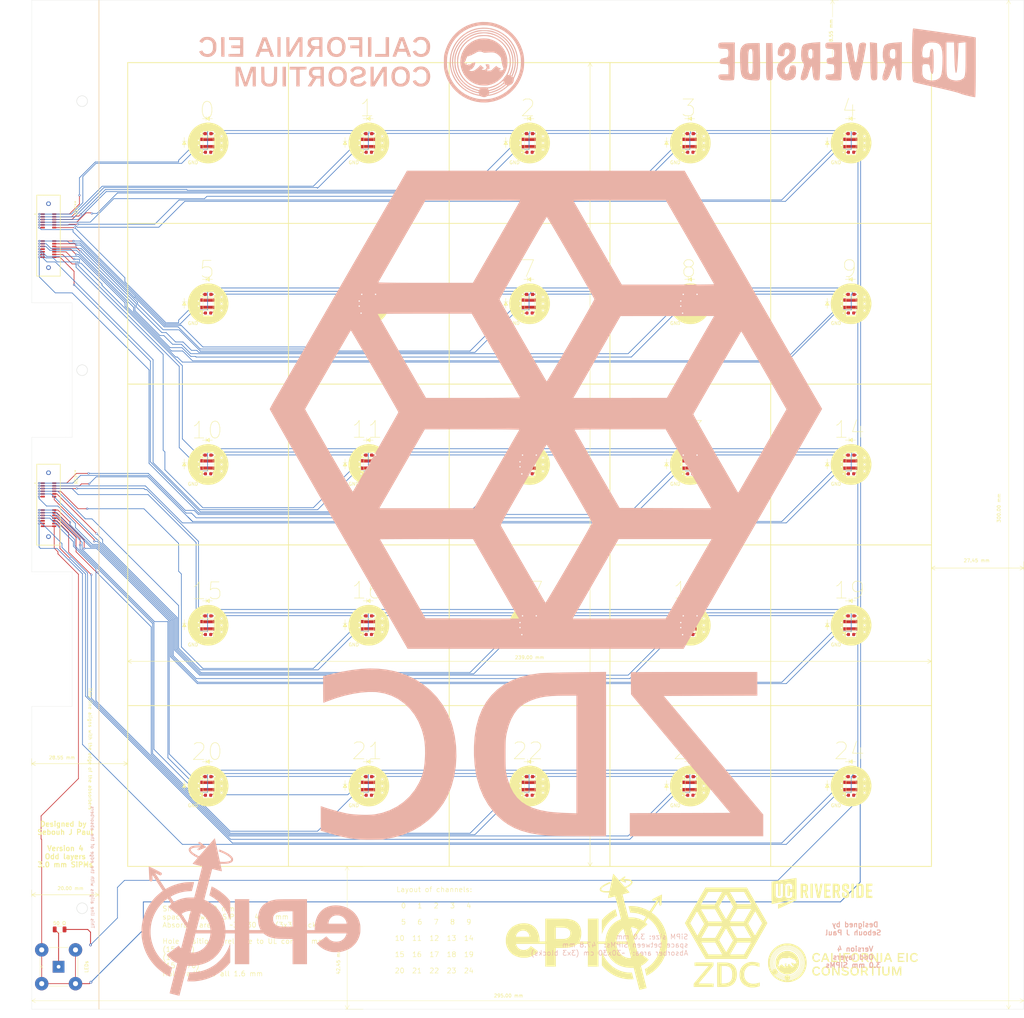
<source format=kicad_pcb>
(kicad_pcb (version 20240108) (generator "pcbnew") (generator_version "8.0")
  (layers (0 "F.Cu" signal) (31 "B.Cu" signal) (34 "B.Paste" user) (35 "F.Paste" user) (36 "B.SilkS" user "B.Silkscreen") (37 "F.SilkS" user "F.Silkscreen") (38 "B.Mask" user) (39 "F.Mask" user) (44 "Edge.Cuts" user))
  (net 0 "")
  (net 1 "GND")
  (net 2 "K0")
  (net 3 "A0")
  (net 4 "K1")
  (net 5 "A1")
  (net 6 "K2")
  (net 7 "A2")
  (net 8 "K3")
  (net 9 "A3")
  (net 10 "K4")
  (net 11 "A4")
  (net 12 "K5")
  (net 13 "A5")
  (net 14 "K6")
  (net 15 "A6")
  (net 16 "K7")
  (net 17 "A7")
  (net 18 "K8")
  (net 19 "A8")
  (net 20 "K9")
  (net 21 "A9")
  (net 22 "A10")
  (net 23 "K10")
  (net 24 "A11")
  (net 25 "K11")
  (net 26 "A12")
  (net 27 "K12")
  (net 28 "K14")
  (net 29 "A14")
  (net 30 "K13")
  (net 31 "A13")
  (net 32 "K15")
  (net 33 "A15")
  (net 34 "K16")
  (net 35 "A16")
  (net 36 "K17")
  (net 37 "A17")
  (net 38 "K18")
  (net 39 "A18")
  (net 40 "K19")
  (net 41 "A19")
  (net 42 "K20")
  (net 43 "A20")
  (net 44 "K21")
  (net 45 "A21")
  (net 46 "K22")
  (net 47 "A22")
  (net 48 "K23")
  (net 49 "A23")
  (net 50 "K24")
  (net 51 "A24")
  (footprint "SiPM:S14160-3015PS_dimple_silkscreen_with_LED_and_capacitor" (layer "F.Cu") (at 298.65 168.05)
    (property "Reference" "REF**34" (hide yes))
    (property "Value" "S14160-3015PS" (hide yes))
  )
  (footprint "Symbol:ZDC_logo_30x30mm" (layer "F.Cu") (at 261.068409 308.781019)
    (property "Reference" "G***" (hide yes))
    (property "Value" "LOGO" (hide yes))
  )
  (footprint "SiPM:S14160-3015PS_dimple_silkscreen_with_LED_and_capacitor" (layer "F.Cu") (at 107.45 263.65)
    (property "Reference" "REF**40" (hide yes))
    (property "Value" "S14160-3015PS" (hide yes))
  )
  (footprint "SiPM:S14160-3015PS_dimple_silkscreen_with_LED_and_capacitor" (layer "F.Cu") (at 107.45 168.05)
    (property "Reference" "REF**30" (hide yes))
    (property "Value" "S14160-3015PS" (hide yes))
  )
  (footprint "SiPM:S14160-3015PS_dimple_silkscreen_with_LED_and_capacitor" (layer "F.Cu") (at 298.65 72.45)
    (property "Reference" "REF**24" (hide yes))
    (property "Value" "S14160-3015PS" (hide yes))
  )
  (footprint "Connector_Samtec_HSEC8:SAMTEC_HSEC8-113-01-X-DV-A-L2" (layer "F.Cu") (at 60 100 -90)
    (property "Reference" "REF**")
    (property "Value" "SAMTEC_HSEC8-113-01-X-DV-A-L2")
  )
  (footprint "SiPM:S14160-3015PS_dimple_silkscreen_with_LED_and_capacitor" (layer "F.Cu") (at 250.85 263.65)
    (property "Reference" "REF**43" (hide yes))
    (property "Value" "S14160-3015PS" (hide yes))
  )
  (footprint "Symbol:ePIC_logo_5.0cm" (layer "F.Cu") (at 220 307)
    (property "Reference" "G***" (hide yes))
    (property "Value" "LOGO" (hide yes))
  )
  (footprint "SiPM:S14160-3015PS_dimple_silkscreen_with_LED_and_capacitor" (layer "F.Cu") (at 250.85 215.85)
    (property "Reference" "REF**38" (hide yes))
    (property "Value" "S14160-3015PS" (hide yes))
  )
  (footprint "SiPM:S14160-3015PS_dimple_silkscreen_with_LED_and_capacitor" (layer "F.Cu") (at 203.05 72.45)
    (property "Reference" "REF**22" (hide yes))
    (property "Value" "S14160-3015PS" (hide yes))
  )
  (footprint "Connector_Samtec_HSEC8:SAMTEC_HSEC8-113-01-X-DV-A-L2" (layer "F.Cu") (at 60 180 -90)
    (property "Reference" "REF**")
    (property "Value" "SAMTEC_HSEC8-113-01-X-DV-A-L2")
  )
  (footprint "SiPM:S14160-3015PS_dimple_silkscreen_with_LED_and_capacitor" (layer "F.Cu") (at 250.85 120.25)
    (property "Reference" "REF**28" (hide yes))
    (property "Value" "S14160-3015PS" (hide yes))
  )
  (footprint "SiPM:S14160-3015PS_dimple_silkscreen_with_LED_and_capacitor" (layer "F.Cu") (at 250.85 72.45)
    (property "Reference" "REF**23" (hide yes))
    (property "Value" "S14160-3015PS" (hide yes))
  )
  (footprint "SiPM:S14160-3015PS_dimple_silkscreen_with_LED_and_capacitor" (layer "F.Cu") (at 203.05 168.05)
    (property "Reference" "REF**32" (hide yes))
    (property "Value" "S14160-3015PS" (hide yes))
  )
  (footprint "SiPM:S14160-3015PS_dimple_silkscreen_with_LED_and_capacitor" (layer "F.Cu") (at 298.65 263.65)
    (property "Reference" "REF**44" (hide yes))
    (property "Value" "S14160-3015PS" (hide yes))
  )
  (footprint "SiPM:S14160-3015PS_dimple_silkscreen_with_LED_and_capacitor" (layer "F.Cu") (at 155.25 120.25)
    (property "Reference" "REF**26" (hide yes))
    (property "Value" "S14160-3015PS" (hide yes))
  )
  (footprint "SiPM:S14160-3015PS_dimple_silkscreen_with_LED_and_capacitor" (layer "F.Cu") (at 155.25 215.85)
    (property "Reference" "REF**36" (hide yes))
    (property "Value" "S14160-3015PS" (hide yes))
  )
  (footprint "SiPM:S14160-3015PS_dimple_silkscreen_with_LED_and_capacitor" (layer "F.Cu") (at 107.45 72.45)
    (property "Reference" "REF**20" (hide yes))
    (property "Value" "S14160-3015PS" (hide yes))
  )
  (footprint "Symbol:consortium_logo_5cm" (layer "F.Cu") (at 295.7 316.1)
    (property "Reference" "G***" (hide yes))
    (property "Value" "LOGO" (hide yes))
  )
  (footprint "SiPM:S14160-3015PS_dimple_silkscreen_with_LED_and_capacitor" (layer "F.Cu") (at 107.45 120.25)
    (property "Reference" "REF**25" (hide yes))
    (property "Value" "S14160-3015PS" (hide yes))
  )
  (footprint "SiPM:S14160-3015PS_dimple_silkscreen_with_LED_and_capacitor" (layer "F.Cu") (at 203.05 215.85)
    (property "Reference" "REF**37" (hide yes))
    (property "Value" "S14160-3015PS" (hide yes))
  )
  (footprint "SiPM:S14160-3015PS_dimple_silkscreen_with_LED_and_capacitor" (layer "F.Cu") (at 155.25 168.05)
    (property "Reference" "REF**31" (hide yes))
    (property "Value" "S14160-3015PS" (hide yes))
  )
  (footprint "SiPM:S14160-3015PS_dimple_silkscreen_with_LED_and_capacitor" (layer "F.Cu") (at 203.05 120.25)
    (property "Reference" "REF**27" (hide yes))
    (property "Value" "S14160-3015PS" (hide yes))
  )
  (footprint "SiPM:S14160-3015PS_dimple_silkscreen_with_LED_and_capacitor" (layer "F.Cu") (at 155.25 263.65)
    (property "Reference" "REF**41" (hide yes))
    (property "Value" "S14160-3015PS" (hide yes))
  )
  (footprint "SiPM:S14160-3015PS_dimple_silkscreen_with_LED_and_capacitor" (layer "F.Cu") (at 298.65 120.25)
    (property "Reference" "REF**29" (hide yes))
    (property "Value" "S14160-3015PS" (hide yes))
  )
  (footprint "Symbol:UCR_Logo_3cm" (layer "F.Cu") (at 290 295.6)
    (property "Reference" "G***" (hide yes))
    (property "Value" "LOGO" (hide yes))
  )
  (footprint "Resistor_SMD:R_1206_3216Metric" (layer "F.Cu") (at 63.3 306.3)
    (property "Reference" "50 Ω")
    (property "Value" "R_1206_3216Metric")
  )
  (footprint "SiPM:S14160-3015PS_dimple_silkscreen_with_LED_and_capacitor" (layer "F.Cu") (at 155.25 72.45)
    (property "Reference" "REF**21" (hide yes))
    (property "Value" "S14160-3015PS" (hide yes))
  )
  (footprint "Connector_Coaxial:BNC_TEConnectivity_1478035_Horizontal" (layer "F.Cu") (at 63 317.4 90)
    (property "Reference" "LEDs")
    (property "Value" "BNC_TEConnectivity_1478035_Horizontal")
  )
  (footprint "SiPM:S14160-3015PS_dimple_silkscreen_with_LED_and_capacitor" (layer "F.Cu") (at 203.05 263.65)
    (property "Reference" "REF**42" (hide yes))
    (property "Value" "S14160-3015PS" (hide yes))
  )
  (footprint "SiPM:S14160-3015PS_dimple_silkscreen_with_LED_and_capacitor" (layer "F.Cu") (at 107.45 215.85)
    (property "Reference" "REF**35" (hide yes))
    (property "Value" "S14160-3015PS" (hide yes))
  )
  (footprint "SiPM:S14160-3015PS_dimple_silkscreen_with_LED_and_capacitor" (layer "F.Cu") (at 298.65 215.85)
    (property "Reference" "REF**39" (hide yes))
    (property "Value" "S14160-3015PS" (hide yes))
  )
  (footprint "SiPM:S14160-3015PS_dimple_silkscreen_with_LED_and_capacitor" (layer "F.Cu") (at 250.85 168.05)
    (property "Reference" "REF**33" (hide yes))
    (property "Value" "S14160-3015PS" (hide yes))
  )
  (footprint "Symbol:UCR_logo_10cm" (layer "B.Cu") (at 298.2 50.5 180)
    (property "Reference" "G***" (hide yes))
    (property "Value" "LOGO" (hide yes))
  )
  (footprint "Symbol:Consortium_logo_11cm" (layer "B.Cu") (at 152.8 48 180)
    (property "Reference" "G***" (hide yes))
    (property "Value" "LOGO" (hide yes))
  )
  (footprint "Symbol:ZDC_logo_20x20cm" (layer "B.Cu") (at 210.8 180.7 180)
    (property "Reference" "G***" (hide yes))
    (property "Value" "LOGO" (hide yes))
  )
  (footprint "Symbol:ePIC_logo_6.8cm" (layer "B.Cu") (at 120.2 302.6 180)
    (property "Reference" "G***" (hide yes))
    (property "Value" "LOGO" (hide yes))
  )
  (gr_line (start 75 330) (end 75 30) (stroke (width 0.1)) (layer "B.SilkS"))
  (gr_line (start 83.55 191.95) (end 322.55 191.95) (stroke (width 0.25)) (layer "F.SilkS"))
  (gr_line (start 322.55 48.55) (end 322.55 287.55) (stroke (width 0.25)) (layer "F.SilkS"))
  (gr_line (start 226.95 48.55) (end 226.95 287.55) (stroke (width 0.25)) (layer "F.SilkS"))
  (gr_line (start 75 30) (end 75 330) (stroke (width 0.15)) (layer "F.SilkS"))
  (gr_line (start 274.75 48.55) (end 274.75 287.55) (stroke (width 0.25)) (layer "F.SilkS"))
  (gr_line (start 83.55 144.15) (end 322.55 144.15) (stroke (width 0.25)) (layer "F.SilkS"))
  (gr_line (start 83.55 48.55) (end 83.55 287.55) (stroke (width 0.25)) (layer "F.SilkS"))
  (gr_line (start 83.55 96.35) (end 322.55 96.35) (stroke (width 0.25)) (layer "F.SilkS"))
  (gr_line (start 179.15 48.55) (end 179.15 287.55) (stroke (width 0.25)) (layer "F.SilkS"))
  (gr_line (start 83.55 48.55) (end 322.55 48.55) (stroke (width 0.25)) (layer "F.SilkS"))
  (gr_line (start 83.55 239.75) (end 322.55 239.75) (stroke (width 0.25)) (layer "F.SilkS"))
  (gr_line (start 131.35 48.55) (end 131.35 287.55) (stroke (width 0.25)) (layer "F.SilkS"))
  (gr_line (start 83.55 287.55) (end 322.55 287.55) (stroke (width 0.25)) (layer "F.SilkS"))
  (gr_circle (center 70 300) (end 71.6 300) (stroke (width 0.1)) (fill none) (layer "Edge.Cuts"))
  (gr_circle (center 70 60) (end 71.6 60) (stroke (width 0.1)) (fill none) (layer "Edge.Cuts"))
  (gr_line (start 55 240) (end 55 330) (stroke (width 0.05)) (layer "Edge.Cuts"))
  (gr_line (start 67 120) (end 55 120) (stroke (width 0.05)) (layer "Edge.Cuts"))
  (gr_line (start 55 80) (end 55 120) (stroke (width 0.05)) (layer "Edge.Cuts"))
  (gr_line (start 67 240) (end 67 200) (stroke (width 0.05)) (layer "Edge.Cuts"))
  (gr_line (start 55 160) (end 65 160) (stroke (width 0.05)) (layer "Edge.Cuts"))
  (gr_line (start 55 30) (end 350 30) (stroke (width 0.05)) (layer "Edge.Cuts"))
  (gr_line (start 55 200) (end 55 160) (stroke (width 0.05)) (layer "Edge.Cuts"))
  (gr_line (start 55 80) (end 55 30) (stroke (width 0.05)) (layer "Edge.Cuts"))
  (gr_line (start 67 200) (end 55 200) (stroke (width 0.05)) (layer "Edge.Cuts"))
  (gr_circle (center 70 140) (end 71.6 140) (stroke (width 0.1)) (fill none) (layer "Edge.Cuts"))
  (gr_line (start 350 30) (end 350 330) (stroke (width 0.05)) (layer "Edge.Cuts"))
  (gr_line (start 67 160) (end 65 160) (stroke (width 0.05)) (layer "Edge.Cuts"))
  (gr_line (start 67 160) (end 67 120) (stroke (width 0.05)) (layer "Edge.Cuts"))
  (gr_line (start 350 330) (end 55 330) (stroke (width 0.05)) (layer "Edge.Cuts"))
  (gr_line (start 55 240) (end 67 240) (stroke (width 0.05)) (layer "Edge.Cuts"))
  (gr_text "SiPM size: 3.0 mm\nspace between SiPMs:  47.8 mm\nAbsorber area:  ~30x30 cm (3x3 blocks)" (at 250.3 310.9 0) (layer "B.SilkS") (effects (font (size 1.5 1.5)) (justify left mirror)))
  (gr_text "This line aligns with the edge of the absorbers" (at 73.1 287.8 -90) (layer "B.SilkS") (effects (font (size 1 1)) (justify mirror)))
  (gr_text "Designed by \nSebouh J Paul\n\nVersion 4 \nOdd layers\n3.0 mm SiPMs" (at 299.3 310.9 0) (layer "B.SilkS") (effects (font (size 1.5 1.5) (thickness 0.3)) (justify mirror)))
  (gr_text "3" (at 250.35 62.05 0) (layer "F.SilkS") (effects (font (size 5 5))))
  (gr_text "17" (at 202.55 205.45 0) (layer "F.SilkS") (effects (font (size 5 5))))
  (gr_text "14" (at 298.15 157.65 0) (layer "F.SilkS") (effects (font (size 5 5))))
  (gr_text "19" (at 298.15 205.45 0) (layer "F.SilkS") (effects (font (size 5 5))))
  (gr_text "4" (at 298.15 62.05 0) (layer "F.SilkS") (effects (font (size 5 5))))
  (gr_text "10" (at 107.15 157.85 0) (layer "F.SilkS") (effects (font (size 5 5))))
  (gr_text "24" (at 298.15 253.25 0) (layer "F.SilkS") (effects (font (size 5 5))))
  (gr_text "Layout of channels:\n\n 0   1   2   3   4\n\n 5   6   7   8   9\n\n10  11  12  13  14\n\n15  16  17  18  19\n\n20  21  22  23  24" (at 174.7 306.5 0) (layer "F.SilkS") (effects (font (size 1.5 1.5))))
  (gr_text "1" (at 154.75 62.05 0) (layer "F.SilkS") (effects (font (size 5 5))))
  (gr_text "12" (at 202.55 157.65 0) (layer "F.SilkS") (effects (font (size 5 5))))
  (gr_text "5" (at 107.15 110.05 0) (layer "F.SilkS") (effects (font (size 5 5))))
  (gr_text "SiPM size: 3.0 mm\nspace between SiPMs:  47.8 mm\nAbsorber area:   ~30x30 cm (3x3 blocks)\n\nHole positions (relative to UL corner, mm):\n(15, 30)\n(15, 150)\n(15, 270)\nHole radii are all 1.6 mm" (at 93.8 309.8 0) (layer "F.SilkS") (effects (font (size 1.5 1.5)) (justify left)))
  (gr_text "23" (at 250.35 253.25 0) (layer "F.SilkS") (effects (font (size 5 5))))
  (gr_text "18" (at 250.35 205.45 0) (layer "F.SilkS") (effects (font (size 5 5))))
  (gr_text "11" (at 154.75 157.65 0) (layer "F.SilkS") (effects (font (size 5 5))))
  (gr_text "This line aligns with the edge of the absorbers\n" (at 72.4 252.6 -90) (layer "F.SilkS") (effects (font (size 1 1))))
  (gr_text "6" (at 154.75 109.85 0) (layer "F.SilkS") (effects (font (size 5 5))))
  (gr_text "8" (at 250.35 109.85 0) (layer "F.SilkS") (effects (font (size 5 5))))
  (gr_text "9" (at 298.15 109.85 0) (layer "F.SilkS") (effects (font (size 5 5))))
  (gr_text "7" (at 202.55 109.85 0) (layer "F.SilkS") (effects (font (size 5 5))))
  (gr_text "2" (at 202.55 62.05 0) (layer "F.SilkS") (effects (font (size 5 5))))
  (gr_text "13" (at 250.35 157.65 0) (layer "F.SilkS") (effects (font (size 5 5))))
  (gr_text "20" (at 107.15 253.45 0) (layer "F.SilkS") (effects (font (size 5 5))))
  (gr_text "Designed by \nSebouh J Paul\n\nVersion 4\nOdd layers\n3.0 mm SiPMs\n" (at 65 281 0) (layer "F.SilkS") (effects (font (size 1.5 1.5) (thickness 0.3))))
  (gr_text "21" (at 154.75 253.25 0) (layer "F.SilkS") (effects (font (size 5 5))))
  (gr_text "16" (at 154.75 205.45 0) (layer "F.SilkS") (effects (font (size 5 5))))
  (gr_text "0" (at 107.15 62.75 0) (layer "F.SilkS") (effects (font (size 5 5))))
  (gr_text "15" (at 107.15 205.65 0) (layer "F.SilkS") (effects (font (size 5 5))))
  (gr_text "22" (at 202.55 253.25 0) (layer "F.SilkS") (effects (font (size 5 5))))
  (dimension (type aligned) (layer "F.SilkS") (pts (xy 345.5 330) (xy 345.5 30)) (height 0) (gr_text "300.00 mm" (at 342.6 180.99 90) (layer "F.SilkS") (effects (font (size 1 1) (thickness 0.15)))) (format (prefix "") (suffix "") (units 3) (units_format 1) (precision 2)) (style (thickness 0.1) (arrow_length 1.27) (text_position_mode 2) (extension_height 0.58642) (extension_offset 0.5) keep_text_aligned))
  (dimension (type aligned) (layer "F.SilkS") (pts (xy 322.5 196.399976) (xy 350 196.399976)) (height 2.44133) (gr_text "27.45 mm" (at 336 196.599976 0) (layer "F.SilkS") (effects (font (size 1 1) (thickness 0.15)))) (format (prefix "") (suffix "") (units 3) (units_format 1) (precision 2) (override_value "27.45")) (style (thickness 0.15) (arrow_length 1.27) (text_position_mode 2) (extension_height 0.58642) (extension_offset 0.5) keep_text_aligned))
  (dimension (type aligned) (layer "F.SilkS") (pts (xy 154.046903 287.6) (xy 154.046903 330)) (height 5.250713) (gr_text "42.45 mm" (at 146.2 315.812114 90) (layer "F.SilkS") (effects (font (size 1 1) (thickness 0.15)))) (format (prefix "") (suffix "") (units 3) (units_format 1) (precision 2) (override_value "42.45")) (style (thickness 0.1) (arrow_length 1.27) (text_position_mode 2) (extension_height 0.58642) (extension_offset 0.5) keep_text_aligned))
  (dimension (type aligned) (layer "F.SilkS") (pts (xy 55 294.062827) (xy 75 294.062827)) (height 1.937173) (gr_text "20.00 mm" (at 66.538595 294.084232 0) (layer "F.SilkS") (effects (font (size 1 1) (thickness 0.15)))) (format (prefix "") (suffix "") (units 3) (units_format 1) (precision 2)) (style (thickness 0.15) (arrow_length 1.27) (text_position_mode 2) (extension_height 0.58642) (extension_offset 0.5) keep_text_aligned))
  (dimension (type aligned) (layer "F.SilkS") (pts (xy 295.424329 48.6) (xy 295.424329 30)) (height -2.299603) (gr_text "18.55 mm" (at 292.7 39.5 90) (layer "F.SilkS") (effects (font (size 1 1) (thickness 0.15)))) (format (prefix "") (suffix "") (units 3) (units_format 1) (precision 2) (override_value "18.55")) (style (thickness 0.1) (arrow_length 1.27) (text_position_mode 2) (extension_height 0.58642) (extension_offset 0.5) keep_text_aligned))
  (dimension (type aligned) (layer "F.SilkS") (pts (xy 55 327.51) (xy 350 327.51)) (height -0.01) (gr_text "295.00 mm" (at 196.8 326 0) (layer "F.SilkS") (effects (font (size 1 1) (thickness 0.15)))) (format (prefix "") (suffix "") (units 3) (units_format 1) (precision 2)) (style (thickness 0.1) (arrow_length 1.27) (text_position_mode 2) (extension_height 0.58642) (extension_offset 0.5) keep_text_aligned))
  (dimension (type aligned) (layer "F.SilkS") (pts (xy 322.55 287.55) (xy 322.55 48.55)) (height -101.52) (gr_text "239.00 mm" (at 219.88 168.05 90) (layer "F.SilkS") (effects (font (size 1 1) (thickness 0.15)))) (format (prefix "") (suffix "") (units 3) (units_format 1) (precision 2)) (style (thickness 0.15) (arrow_length 1.27) (text_position_mode 0) (extension_height 0.58642) (extension_offset 0.5) keep_text_aligned))
  (dimension (type aligned) (layer "F.SilkS") (pts (xy 55 254.999976) (xy 83.5 254.999976)) (height 2.000024) (gr_text "28.55 mm" (at 64 255.199976 0) (layer "F.SilkS") (effects (font (size 1 1) (thickness 0.15)))) (format (prefix "") (suffix "") (units 3) (units_format 1) (precision 2) (override_value "28.55")) (style (thickness 0.15) (arrow_length 1.27) (text_position_mode 2) (extension_height 0.58642) (extension_offset 0.5) keep_text_aligned))
  (dimension (type aligned) (layer "F.SilkS") (pts (xy 83.55 287.55) (xy 322.55 287.55)) (height -60.97) (gr_text "239.00 mm" (at 203.05 225.43 0) (layer "F.SilkS") (effects (font (size 1 1) (thickness 0.15)))) (format (prefix "") (suffix "") (units 3) (units_format 1) (precision 2)) (style (thickness 0.15) (arrow_length 1.27) (text_position_mode 0) (extension_height 0.58642) (extension_offset 0.5) keep_text_aligned))
  (segment (start 71.6625 306.3) (end 64.7625 306.3) (width 0.25) (layer "F.Cu") (net 0))
  (segment (start 72.5 307.1375) (end 71.6625 306.3) (width 0.25) (layer "F.Cu") (net 0))
  (segment (start 63 317.4) (end 63 307.4625) (width 0.25) (layer "F.Cu") (net 0))
  (segment (start 72.5 310.9) (end 72.5 307.1375) (width 0.25) (layer "F.Cu") (net 0))
  (segment (start 63 307.4625) (end 61.8375 306.3) (width 0.25) (layer "F.Cu") (net 0))
  (via (at 72.5 310.9) (size 0.8) (drill 0.4) (layers "F.Cu" "B.Cu") (net 0))
  (segment (start 106.1 211.15) (end 300.5 211.15) (width 0.2) (layer "B.Cu") (net 0))
  (segment (start 300.65 260.85) (end 300.65 267.95) (width 0.2) (layer "B.Cu") (net 0))
  (segment (start 109.45 260.8) (end 153.15 260.8) (width 0.2) (layer "B.Cu") (net 0))
  (segment (start 205.05 69.6) (end 248.75 69.6) (width 0.2) (layer "B.Cu") (net 0))
  (segment (start 300.65 117.4) (end 300.65 163.2) (width 0.2) (layer "B.Cu") (net 0))
  (segment (start 106.1 163.35) (end 300.5 163.35) (width 0.2) (layer "B.Cu") (net 0))
  (segment (start 276.9 291.7) (end 82.6 291.7) (width 0.2) (layer "B.Cu") (net 0))
  (segment (start 109.45 165.2) (end 153.15 165.2) (width 0.2) (layer "B.Cu") (net 0))
  (segment (start 157.25 117.4) (end 200.95 117.4) (width 0.2) (layer "B.Cu") (net 0))
  (segment (start 300.7 115.55) (end 106.1 115.55) (width 0.2) (layer "B.Cu") (net 0))
  (segment (start 252.85 117.4) (end 296.55 117.4) (width 0.2) (layer "B.Cu") (net 0))
  (segment (start 157.25 260.8) (end 200.95 260.8) (width 0.2) (layer "B.Cu") (net 0))
  (segment (start 109.45 213) (end 153.15 213) (width 0.2) (layer "B.Cu") (net 0))
  (segment (start 252.85 260.8) (end 296.55 260.8) (width 0.2) (layer "B.Cu") (net 0))
  (segment (start 80.5 293.8) (end 80.5 302.9) (width 0.2) (layer "B.Cu") (net 0))
  (segment (start 205.05 117.4) (end 248.75 117.4) (width 0.2) (layer "B.Cu") (net 0))
  (segment (start 105.35 165.2) (end 105.35 164.1) (width 0.2) (layer "B.Cu") (net 0))
  (segment (start 157.25 213) (end 200.95 213) (width 0.2) (layer "B.Cu") (net 0))
  (segment (start 252.85 165.2) (end 296.55 165.2) (width 0.2) (layer "B.Cu") (net 0))
  (segment (start 300.65 267.95) (end 276.9 291.7) (width 0.2) (layer "B.Cu") (net 0))
  (segment (start 105.35 260.8) (end 105.35 259.7) (width 0.2) (layer "B.Cu") (net 0))
  (segment (start 252.85 69.6) (end 296.55 69.6) (width 0.2) (layer "B.Cu") (net 0))
  (segment (start 105.35 211.9) (end 106.1 211.15) (width 0.2) (layer "B.Cu") (net 0))
  (segment (start 105.35 213) (end 105.35 211.9) (width 0.2) (layer "B.Cu") (net 0))
  (segment (start 205.05 260.8) (end 248.75 260.8) (width 0.2) (layer "B.Cu") (net 0))
  (segment (start 300.65 211) (end 300.5 211.15) (width 0.2) (layer "B.Cu") (net 0))
  (segment (start 105.35 164.1) (end 106.1 163.35) (width 0.2) (layer "B.Cu") (net 0))
  (segment (start 105.35 116.3) (end 105.35 117.4) (width 0.2) (layer "B.Cu") (net 0))
  (segment (start 300.7 69.65) (end 300.7 115.55) (width 0.2) (layer "B.Cu") (net 0))
  (segment (start 205.05 213) (end 248.75 213) (width 0.2) (layer "B.Cu") (net 0))
  (segment (start 300.65 213) (end 300.65 258.8) (width 0.2) (layer "B.Cu") (net 0))
  (segment (start 109.45 69.6) (end 153.15 69.6) (width 0.2) (layer "B.Cu") (net 0))
  (segment (start 300.65 163.2) (end 300.5 163.35) (width 0.2) (layer "B.Cu") (net 0))
  (segment (start 105.35 259.7) (end 106.1 258.95) (width 0.2) (layer "B.Cu") (net 0))
  (segment (start 300.65 258.8) (end 300.5 258.95) (width 0.2) (layer "B.Cu") (net 0))
  (segment (start 300.65 165.2) (end 300.65 211) (width 0.2) (layer "B.Cu") (net 0))
  (segment (start 300.65 69.6) (end 300.7 69.65) (width 0.2) (layer "B.Cu") (net 0))
  (segment (start 106.1 258.95) (end 300.5 258.95) (width 0.2) (layer "B.Cu") (net 0))
  (segment (start 157.25 69.6) (end 200.95 69.6) (width 0.2) (layer "B.Cu") (net 0))
  (segment (start 82.6 291.7) (end 80.5 293.8) (width 0.2) (layer "B.Cu") (net 0))
  (segment (start 157.25 165.2) (end 200.95 165.2) (width 0.2) (layer "B.Cu") (net 0))
  (segment (start 109.45 117.4) (end 153.15 117.4) (width 0.2) (layer "B.Cu") (net 0))
  (segment (start 80.5 302.9) (end 72.5 310.9) (width 0.2) (layer "B.Cu") (net 0))
  (segment (start 106.1 115.55) (end 105.35 116.3) (width 0.2) (layer "B.Cu") (net 0))
  (segment (start 252.85 213) (end 296.55 213) (width 0.2) (layer "B.Cu") (net 0))
  (segment (start 205.05 165.2) (end 248.75 165.2) (width 0.2) (layer "B.Cu") (net 0))
  (segment (start 62.8 194) (end 62.8 194.6) (width 0.2) (layer "F.Cu") (net 1))
  (segment (start 68.9 200.7) (end 68.9 261.45) (width 0.2) (layer "F.Cu") (net 1))
  (segment (start 57.975 322.425) (end 57.975 312.375) (width 0.2) (layer "F.Cu") (net 1))
  (segment (start 62.8 194.6) (end 68.9 200.7) (width 0.2) (layer "F.Cu") (net 1))
  (segment (start 57.975 279.575) (end 57.975 312.375) (width 0.2) (layer "F.Cu") (net 1))
  (segment (start 57.8 279.4) (end 57.975 279.575) (width 0.2) (layer "F.Cu") (net 1))
  (segment (start 57.8 272.55) (end 57.8 279.4) (width 0.2) (layer "F.Cu") (net 1))
  (segment (start 61.7 186.4) (end 61.7 192.9) (width 0.2) (layer "F.Cu") (net 1))
  (segment (start 72.6 322) (end 72.175 322.425) (width 0.25) (layer "F.Cu") (net 1))
  (segment (start 58.3 186.4) (end 61.7 186.4) (width 0.2) (layer "F.Cu") (net 1))
  (segment (start 68.025 322.425) (end 57.975 322.425) (width 0.2) (layer "F.Cu") (net 1))
  (segment (start 68.025 312.375) (end 68.025 322.425) (width 0.2) (layer "F.Cu") (net 1))
  (segment (start 72.175 322.425) (end 68.025 322.425) (width 0.25) (layer "F.Cu") (net 1))
  (segment (start 68.9 261.45) (end 57.8 272.55) (width 0.2) (layer "F.Cu") (net 1))
  (segment (start 61.7 192.9) (end 62.8 194) (width 0.2) (layer "F.Cu") (net 1))
  (via (at 72.6 322) (size 0.8) (drill 0.4) (layers "F.Cu" "B.Cu") (net 1))
  (segment (start 202.9 259.95) (end 250.9 259.95) (width 0.2) (layer "B.Cu") (net 1))
  (segment (start 203.1 69.5) (end 203.1 68.75) (width 0.2) (layer "B.Cu") (net 1))
  (segment (start 298.65 169.95) (end 298.7 169.9) (width 0.2) (layer "B.Cu") (net 1))
  (segment (start 200.75 74.35) (end 200.75 75.25) (width 0.2) (layer "B.Cu") (net 1))
  (segment (start 298.7 122.1) (end 298.7 117.5) (width 0.2) (layer "B.Cu") (net 1))
  (segment (start 202.9 117.5) (end 203.4 117) (width 0.2) (layer "B.Cu") (net 1))
  (segment (start 155.1 265.5) (end 155.1 259.95) (width 0.2) (layer "B.Cu") (net 1))
  (segment (start 296.35 74.35) (end 298.65 74.35) (width 0.2) (layer "B.Cu") (net 1))
  (segment (start 298.7 116.55) (end 251.4 116.55) (width 0.2) (layer "B.Cu") (net 1))
  (segment (start 107.05 68.5) (end 107.3 68.75) (width 0.2) (layer "B.Cu") (net 1))
  (segment (start 88.2 298.1) (end 295.5 298.1) (width 0.25) (layer "B.Cu") (net 1))
  (segment (start 155.4 117.2) (end 155.4 116.55) (width 0.2) (layer "B.Cu") (net 1))
  (segment (start 105.15 75.25) (end 105.15 74.35) (width 0.2) (layer "B.Cu") (net 1))
  (segment (start 250.65 122.15) (end 248.55 122.15) (width 0.2) (layer "B.Cu") (net 1))
  (segment (start 152.95 170.85) (end 152.95 169.95) (width 0.2) (layer "B.Cu") (net 1))
  (segment (start 250.7 164.35) (end 298.8 164.35) (width 0.2) (layer "B.Cu") (net 1))
  (segment (start 248.55 169.95) (end 250.65 169.95) (width 0.2) (layer "B.Cu") (net 1))
  (segment (start 250.65 265.55) (end 250.7 265.5) (width 0.2) (layer "B.Cu") (net 1))
  (segment (start 155.05 122.15) (end 152.95 122.15) (width 0.2) (layer "B.Cu") (net 1))
  (segment (start 250.7 69.7) (end 250.7 74.3) (width 0.2) (layer "B.Cu") (net 1))
  (segment (start 202.85 74.35) (end 200.75 74.35) (width 0.2) (layer "B.Cu") (net 1))
  (segment (start 301.375 292.225) (end 301.375 261.025) (width 0.25) (layer "B.Cu") (net 1))
  (segment (start 155.05 217.75) (end 152.95 217.75) (width 0.2) (layer "B.Cu") (net 1))
  (segment (start 202.9 69.7) (end 202.9 74.3) (width 0.2) (layer "B.Cu") (net 1))
  (segment (start 203.1 68.75) (end 155.1 68.75) (width 0.2) (layer "B.Cu") (net 1))
  (segment (start 153 74.35) (end 153 75.2) (width 0.2) (layer "B.Cu") (net 1))
  (segment (start 155.1 169.9) (end 155.1 164.35) (width 0.2) (layer "B.Cu") (net 1))
  (segment (start 301.5 212.15) (end 298.7 212.15) (width 0.2) (layer "B.Cu") (net 1))
  (segment (start 105.35 69.6) (end 105.35 68.5) (width 0.2) (layer "B.Cu") (net 1))
  (segment (start 248.55 74.35) (end 248.55 75.25) (width 0.2) (layer "B.Cu") (net 1))
  (segment (start 105.15 266.45) (end 105.15 265.55) (width 0.2) (layer "B.Cu") (net 1))
  (segment (start 107.25 169.95) (end 105.15 169.95) (width 0.2) (layer "B.Cu") (net 1))
  (segment (start 295.5 298.1) (end 301.375 292.225) (width 0.25) (layer "B.Cu") (net 1))
  (segment (start 152.95 265.55) (end 152.95 266.45) (width 0.2) (layer "B.Cu") (net 1))
  (segment (start 203.1 116.55) (end 155.4 116.55) (width 0.2) (layer "B.Cu") (net 1))
  (segment (start 155.1 217.7) (end 155.1 212.15) (width 0.2) (layer "B.Cu") (net 1))
  (segment (start 107.3 164.35) (end 107.3 169.9) (width 0.2) (layer "B.Cu") (net 1))
  (segment (start 298.7 265.5) (end 298.7 260.9) (width 0.2) (layer "B.Cu") (net 1))
  (segment (start 250.9 212.15) (end 202.9 212.15) (width 0.2) (layer "B.Cu") (net 1))
  (segment (start 296.4 217.75) (end 298.65 217.75) (width 0.2) (layer "B.Cu") (net 1))
  (segment (start 107.3 259.95) (end 107.3 265.5) (width 0.2) (layer "B.Cu") (net 1))
  (segment (start 250.7 169.9) (end 250.7 164.35) (width 0.2) (layer "B.Cu") (net 1))
  (segment (start 105.15 123.05) (end 105.15 122.15) (width 0.2) (layer "B.Cu") (net 1))
  (segment (start 107.25 217.75) (end 105.15 217.75) (width 0.2) (layer "B.Cu") (net 1))
  (segment (start 200.75 218.65) (end 200.75 217.75) (width 0.2) (layer "B.Cu") (net 1))
  (segment (start 250.7 122.1) (end 250.7 117.25) (width 0.2) (layer "B.Cu") (net 1))
  (segment (start 248.55 266.45) (end 248.55 265.55) (width 0.2) (layer "B.Cu") (net 1))
  (segment (start 107.25 122.15) (end 105.15 122.15) (width 0.2) (layer "B.Cu") (net 1))
  (segment (start 155.1 69.7) (end 155.1 74.3) (width 0.2) (layer "B.Cu") (net 1))
  (segment (start 155.1 117.5) (end 155.1 122.1) (width 0.2) (layer "B.Cu") (net 1))
  (segment (start 250.7 212.15) (end 298.7 212.15) (width 0.2) (layer "B.Cu") (net 1))
  (segment (start 298.65 74.35) (end 298.7 74.3) (width 0.2) (layer "B.Cu") (net 1))
  (segment (start 299 117.2) (end 299 116.55) (width 0.2) (layer "B.Cu") (net 1))
  (segment (start 88.2 306.4) (end 72.6 322) (width 0.25) (layer "B.Cu") (net 1))
  (segment (start 88.2 298.1) (end 88.2 306.4) (width 0.25) (layer "B.Cu") (net 1))
  (segment (start 298.7 74.3) (end 298.7 68.75) (width 0.2) (layer "B.Cu") (net 1))
  (segment (start 155.3 69.5) (end 155.3 68.75) (width 0.2) (layer "B.Cu") (net 1))
  (segment (start 200.75 170.85) (end 200.75 169.95) (width 0.2) (layer "B.Cu") (net 1))
  (segment (start 202.9 69.7) (end 203.1 69.5) (width 0.2) (layer "B.Cu") (net 1))
  (segment (start 202.9 265.5) (end 202.9 259.95) (width 0.2) (layer "B.Cu") (net 1))
  (segment (start 296.35 170.85) (end 296.35 169.95) (width 0.2) (layer "B.Cu") (net 1))
  (segment (start 250.7 69.7) (end 250.9 69.5) (width 0.2) (layer "B.Cu") (net 1))
  (segment (start 155.3 164.35) (end 107.3 164.35) (width 0.2) (layer "B.Cu") (net 1))
  (segment (start 152.95 122.15) (end 152.95 123.05) (width 0.2) (layer "B.Cu") (net 1))
  (segment (start 296.35 217.8) (end 296.4 217.75) (width 0.2) (layer "B.Cu") (net 1))
  (segment (start 107.3 122.1) (end 107.3 116.55) (width 0.2) (layer "B.Cu") (net 1))
  (segment (start 251.4 116.55) (end 250.7 116.55) (width 0.2) (layer "B.Cu") (net 1))
  (segment (start 250.7 217.7) (end 250.7 212.15) (width 0.2) (layer "B.Cu") (net 1))
  (segment (start 298.7 217.7) (end 298.7 212.15) (width 0.2) (layer "B.Cu") (net 1))
  (segment (start 296.35 122.15) (end 296.35 123.05) (width 0.2) (layer "B.Cu") (net 1))
  (segment (start 298.65 265.55) (end 298.7 265.5) (width 0.2) (layer "B.Cu") (net 1))
  (segment (start 250.65 217.75) (end 248.55 217.75) (width 0.2) (layer "B.Cu") (net 1))
  (segment (start 250.9 116.55) (end 203.4 116.55) (width 0.2) (layer "B.Cu") (net 1))
  (segment (start 105.15 218.65) (end 105.15 217.75) (width 0.2) (layer "B.Cu") (net 1))
  (segment (start 296.35 122.15) (end 298.65 122.15) (width 0.2) (layer "B.Cu") (net 1))
  (segment (start 200.75 123.05) (end 200.75 122.15) (width 0.2) (layer "B.Cu") (net 1))
  (segment (start 299 116.55) (end 298.7 116.55) (width 0.2) (layer "B.Cu") (net 1))
  (segment (start 298.7 117.5) (end 299 117.2) (width 0.2) (layer "B.Cu") (net 1))
  (segment (start 107.6 68.75) (end 107.3 68.75) (width 0.2) (layer "B.Cu") (net 1))
  (segment (start 299.2 259.95) (end 301.5 259.95) (width 0.2) (layer "B.Cu") (net 1))
  (segment (start 250.7 265.5) (end 250.7 259.95) (width 0.2) (layer "B.Cu") (net 1))
  (segment (start 155.1 212.15) (end 203.1 212.15) (width 0.2) (layer "B.Cu") (net 1))
  (segment (start 152.95 218.65) (end 152.95 217.75) (width 0.2) (layer "B.Cu") (net 1))
  (segment (start 202.9 169.9) (end 202.9 164.35) (width 0.2) (layer "B.Cu") (net 1))
  (segment (start 298.7 169.9) (end 298.7 165.3) (width 0.2) (layer "B.Cu") (net 1))
  (segment (start 298.8 165.2) (end 298.8 164.35) (width 0.2) (layer "B.Cu") (net 1))
  (segment (start 202.9 117.5) (end 202.9 122.1) (width 0.2) (layer "B.Cu") (net 1))
  (segment (start 155.3 259.95) (end 107.3 259.95) (width 0.2) (layer "B.Cu") (net 1))
  (segment (start 202.85 122.15) (end 200.75 122.15) (width 0.2) (layer "B.Cu") (net 1))
  (segment (start 202.85 217.75) (end 200.75 217.75) (width 0.2) (layer "B.Cu") (net 1))
  (segment (start 248.55 170.85) (end 248.55 169.95) (width 0.2) (layer "B.Cu") (net 1))
  (segment (start 155.1 164.35) (end 203.1 164.35) (width 0.2) (layer "B.Cu") (net 1))
  (segment (start 155.3 68.75) (end 107.6 68.75) (width 0.2) (layer "B.Cu") (net 1))
  (segment (start 203.4 117) (end 203.4 116.55) (width 0.2) (layer "B.Cu") (net 1))
  (segment (start 250.7 117.25) (end 251.4 116.55) (width 0.2) (layer "B.Cu") (net 1))
  (segment (start 301.375 261.025) (end 301.5 260.9) (width 0.25) (layer "B.Cu") (net 1))
  (segment (start 105.35 68.5) (end 107.05 68.5) (width 0.2) (layer "B.Cu") (net 1))
  (segment (start 298.65 122.15) (end 298.7 122.1) (width 0.2) (layer "B.Cu") (net 1))
  (segment (start 298.8 164.35) (end 301.5 164.35) (width 0.2) (layer "B.Cu") (net 1))
  (segment (start 250.65 169.95) (end 250.7 169.9) (width 0.2) (layer "B.Cu") (net 1))
  (segment (start 107.25 265.55) (end 105.15 265.55) (width 0.2) (layer "B.Cu") (net 1))
  (segment (start 107.3 212.15) (end 155.3 212.15) (width 0.2) (layer "B.Cu") (net 1))
  (segment (start 203.4 116.55) (end 202.9 116.55) (width 0.2) (layer "B.Cu") (net 1))
  (segment (start 298.7 165.3) (end 298.8 165.2) (width 0.2) (layer "B.Cu") (net 1))
  (segment (start 301.5 116.55) (end 299 116.55) (width 0.2) (layer "B.Cu") (net 1))
  (segment (start 202.85 169.95) (end 200.75 169.95) (width 0.2) (layer "B.Cu") (net 1))
  (segment (start 202.9 164.35) (end 250.9 164.35) (width 0.2) (layer "B.Cu") (net 1))
  (segment (start 107.3 217.7) (end 107.3 212.15) (width 0.2) (layer "B.Cu") (net 1))
  (segment (start 153 75.2) (end 152.95 75.25) (width 0.2) (layer "B.Cu") (net 1))
  (segment (start 296.35 218.65) (end 296.35 217.8) (width 0.2) (layer "B.Cu") (net 1))
  (segment (start 301.15 68.75) (end 301.5 69.1) (width 0.2) (layer "B.Cu") (net 1))
  (segment (start 296.35 265.55) (end 298.65 265.55) (width 0.2) (layer "B.Cu") (net 1))
  (segment (start 155.05 169.95) (end 152.95 169.95) (width 0.2) (layer "B.Cu") (net 1))
  (segment (start 250.65 74.35) (end 248.55 74.35) (width 0.2) (layer "B.Cu") (net 1))
  (segment (start 107.25 74.35) (end 105.15 74.35) (width 0.2) (layer "B.Cu") (net 1))
  (segment (start 107.3 116.55) (end 155.3 116.55) (width 0.2) (layer "B.Cu") (net 1))
  (segment (start 250.7 259.95) (end 299.2 259.95) (width 0.2) (layer "B.Cu") (net 1))
  (segment (start 298.65 217.75) (end 298.7 217.7) (width 0.2) (layer "B.Cu") (net 1))
  (segment (start 301.5 69.1) (end 301.5 260.9) (width 0.2) (layer "B.Cu") (net 1))
  (segment (start 155.05 265.55) (end 152.95 265.55) (width 0.2) (layer "B.Cu") (net 1))
  (segment (start 248.55 265.55) (end 250.65 265.55) (width 0.2) (layer "B.Cu") (net 1))
  (segment (start 296.35 217.75) (end 296.4 217.75) (width 0.2) (layer "B.Cu") (net 1))
  (segment (start 202.9 212.15) (end 202.9 217.7) (width 0.2) (layer "B.Cu") (net 1))
  (segment (start 202.85 265.55) (end 200.75 265.55) (width 0.2) (layer "B.Cu") (net 1))
  (segment (start 250.9 69.5) (end 250.9 68.75) (width 0.2) (layer "B.Cu") (net 1))
  (segment (start 296.35 169.95) (end 298.65 169.95) (width 0.2) (layer "B.Cu") (net 1))
  (segment (start 153 74.35) (end 152.95 74.35) (width 0.2) (layer "B.Cu") (net 1))
  (segment (start 200.75 265.55) (end 200.75 266.45) (width 0.2) (layer "B.Cu") (net 1))
  (segment (start 250.7 74.3) (end 250.65 74.35) (width 0.2) (layer "B.Cu") (net 1))
  (segment (start 296.35 265.55) (end 296.35 266.45) (width 0.2) (layer "B.Cu") (net 1))
  (segment (start 299.2 260.4) (end 299.2 259.95) (width 0.2) (layer "B.Cu") (net 1))
  (segment (start 296.35 75.25) (end 296.35 74.35) (width 0.2) (layer "B.Cu") (net 1))
  (segment (start 250.9 68.75) (end 202.9 68.75) (width 0.2) (layer "B.Cu") (net 1))
  (segment (start 248.55 122.15) (end 248.55 123.05) (width 0.2) (layer "B.Cu") (net 1))
  (segment (start 298.7 68.75) (end 301.15 68.75) (width 0.2) (layer "B.Cu") (net 1))
  (segment (start 155.1 69.7) (end 155.3 69.5) (width 0.2) (layer "B.Cu") (net 1))
  (segment (start 248.55 218.65) (end 248.55 217.75) (width 0.2) (layer "B.Cu") (net 1))
  (segment (start 107.3 69.05) (end 107.6 68.75) (width 0.2) (layer "B.Cu") (net 1))
  (segment (start 298.7 68.75) (end 250.7 68.75) (width 0.2) (layer "B.Cu") (net 1))
  (segment (start 155.1 117.5) (end 155.4 117.2) (width 0.2) (layer "B.Cu") (net 1))
  (segment (start 298.7 260.9) (end 299.2 260.4) (width 0.2) (layer "B.Cu") (net 1))
  (segment (start 155.4 116.55) (end 155.1 116.55) (width 0.2) (layer "B.Cu") (net 1))
  (segment (start 155.05 74.35) (end 153 74.35) (width 0.2) (layer "B.Cu") (net 1))
  (segment (start 155.1 259.95) (end 203.1 259.95) (width 0.2) (layer "B.Cu") (net 1))
  (segment (start 107.3 74.3) (end 107.3 69.05) (width 0.2) (layer "B.Cu") (net 1))
  (segment (start 105.15 170.85) (end 105.15 169.95) (width 0.2) (layer "B.Cu") (net 1))
  (segment (start 69.2 88) (end 69.2 90.6) (width 0.2) (layer "F.Cu") (net 2))
  (segment (start 66.2 93.6) (end 69.1 90.7) (width 0.2) (layer "F.Cu") (net 2))
  (segment (start 61.7 93.6) (end 66.2 93.6) (width 0.2) (layer "F.Cu") (net 2))
  (segment (start 69.2 90.6) (end 69.1 90.7) (width 0.2) (layer "F.Cu") (net 2))
  (via (at 69.2 88) (size 0.6) (drill 0.3) (layers "F.Cu" "B.Cu") (net 2))
  (segment (start 73.9 78.1) (end 69.2 82.8) (width 0.2) (layer "B.Cu") (net 2))
  (segment (start 104.6 71.65) (end 98.7 77.55) (width 0.2) (layer "B.Cu") (net 2))
  (segment (start 98.7 77.55) (end 98.7 78.1) (width 0.2) (layer "B.Cu") (net 2))
  (segment (start 69.2 82.8) (end 69.2 88) (width 0.2) (layer "B.Cu") (net 2))
  (segment (start 98.7 78.1) (end 73.9 78.1) (width 0.2) (layer "B.Cu") (net 2))
  (segment (start 58.35 93.6) (end 57.25 93.6) (width 0.2) (layer "F.Cu") (net 3))
  (via (at 57.25 93.6) (size 0.6) (drill 0.3) (layers "F.Cu" "B.Cu") (net 3))
  (segment (start 70.2 90.2) (end 70.2 82.4) (width 0.2) (layer "B.Cu") (net 3))
  (segment (start 104.6 73.5) (end 99.6 78.5) (width 0.2) (layer "B.Cu") (net 3))
  (segment (start 99.6 78.5) (end 74.1 78.5) (width 0.2) (layer "B.Cu") (net 3))
  (segment (start 70.2 82.4) (end 74.1 78.5) (width 0.2) (layer "B.Cu") (net 3))
  (segment (start 70.2 90.2) (end 66.8 93.6) (width 0.2) (layer "B.Cu") (net 3))
  (segment (start 104.6 73.15) (end 104.6 73.5) (width 0.2) (layer "B.Cu") (net 3))
  (segment (start 66.8 93.6) (end 57.25 93.6) (width 0.2) (layer "B.Cu") (net 3))
  (segment (start 66.84853 94.4) (end 61.7 94.4) (width 0.2) (layer "F.Cu") (net 4))
  (segment (start 68.124265 93.124265) (end 66.84853 94.4) (width 0.2) (layer "F.Cu") (net 4))
  (via (at 68.124265 93.124265) (size 0.6) (drill 0.3) (layers "F.Cu" "B.Cu") (net 4))
  (segment (start 75.94853 85.3) (end 68.124265 93.124265) (width 0.2) (layer "B.Cu") (net 4))
  (segment (start 152.4 71.65) (end 138.75 85.3) (width 0.2) (layer "B.Cu") (net 4))
  (segment (start 138.75 85.3) (end 75.94853 85.3) (width 0.2) (layer "B.Cu") (net 4))
  (segment (start 58.35 94.4) (end 57.25 94.4) (width 0.2) (layer "F.Cu") (net 5))
  (via (at 57.25 94.4) (size 0.6) (drill 0.3) (layers "F.Cu" "B.Cu") (net 5))
  (segment (start 140 85.9) (end 152.4 73.5) (width 0.2) (layer "B.Cu") (net 5))
  (segment (start 57.25 94.4) (end 67.765686 94.4) (width 0.2) (layer "B.Cu") (net 5))
  (segment (start 152.4 73.5) (end 152.4 73.15) (width 0.2) (layer "B.Cu") (net 5))
  (segment (start 139.8 85.7) (end 140 85.9) (width 0.2) (layer "B.Cu") (net 5))
  (segment (start 67.765686 94.4) (end 76.465686 85.7) (width 0.2) (layer "B.Cu") (net 5))
  (segment (start 76.465686 85.7) (end 139.8 85.7) (width 0.2) (layer "B.Cu") (net 5))
  (segment (start 68 94.2) (end 67 95.2) (width 0.2) (layer "F.Cu") (net 6))
  (segment (start 69 94.2) (end 68 94.2) (width 0.2) (layer "F.Cu") (net 6))
  (segment (start 69.6 93.6) (end 69 94.2) (width 0.2) (layer "F.Cu") (net 6))
  (segment (start 67 95.2) (end 61.7 95.2) (width 0.2) (layer "F.Cu") (net 6))
  (via (at 69.6 93.6) (size 0.6) (drill 0.3) (layers "F.Cu" "B.Cu") (net 6))
  (segment (start 76.9 86.3) (end 69.6 93.6) (width 0.2) (layer "B.Cu") (net 6))
  (segment (start 200.2 71.65) (end 199.55 71.65) (width 0.2) (layer "B.Cu") (net 6))
  (segment (start 101.3 86.5) (end 101.1 86.3) (width 0.2) (layer "B.Cu") (net 6))
  (segment (start 199.55 71.65) (end 184.7 86.5) (width 0.2) (layer "B.Cu") (net 6))
  (segment (start 101.1 86.3) (end 76.9 86.3) (width 0.2) (layer "B.Cu") (net 6))
  (segment (start 184.7 86.5) (end 101.3 86.5) (width 0.2) (layer "B.Cu") (net 6))
  (segment (start 58.35 95.2) (end 57.25 95.2) (width 0.2) (layer "F.Cu") (net 7))
  (via (at 57.25 95.2) (size 0.6) (drill 0.3) (layers "F.Cu" "B.Cu") (net 7))
  (segment (start 200.2 73.15) (end 200.2 73.5) (width 0.2) (layer "B.Cu") (net 7))
  (segment (start 68.848529 95.2) (end 57.25 95.2) (width 0.2) (layer "B.Cu") (net 7))
  (segment (start 77.148529 86.9) (end 68.848529 95.2) (width 0.2) (layer "B.Cu") (net 7))
  (segment (start 186.8 86.9) (end 77.148529 86.9) (width 0.2) (layer "B.Cu") (net 7))
  (segment (start 200.2 73.5) (end 186.8 86.9) (width 0.2) (layer "B.Cu") (net 7))
  (segment (start 72.7 93.2) (end 72.9 93.4) (width 0.2) (layer "F.Cu") (net 8))
  (segment (start 71.2 93.2) (end 68.4 96) (width 0.2) (layer "F.Cu") (net 8))
  (segment (start 71.2 93.2) (end 72.7 93.2) (width 0.2) (layer "F.Cu") (net 8))
  (segment (start 68.4 96) (end 61.7 96) (width 0.2) (layer "F.Cu") (net 8))
  (via (at 72.9 93.4) (size 0.6) (drill 0.3) (layers "F.Cu" "B.Cu") (net 8))
  (segment (start 232.35 87.3) (end 248 71.65) (width 0.2) (layer "B.Cu") (net 8))
  (segment (start 72.9 93.4) (end 74.4 93.4) (width 0.2) (layer "B.Cu") (net 8))
  (segment (start 74.4 93.4) (end 80.5 87.3) (width 0.2) (layer "B.Cu") (net 8))
  (segment (start 80.5 87.3) (end 232.35 87.3) (width 0.2) (layer "B.Cu") (net 8))
  (segment (start 58.35 96) (end 57.25 96) (width 0.2) (layer "F.Cu") (net 9))
  (via (at 57.25 96) (size 0.6) (drill 0.3) (layers "F.Cu" "B.Cu") (net 9))
  (segment (start 248 73.15) (end 248 73.2) (width 0.2) (layer "B.Cu") (net 9))
  (segment (start 79.4 89) (end 72.4 96) (width 0.2) (layer "B.Cu") (net 9))
  (segment (start 106.4 89) (end 79.4 89) (width 0.2) (layer "B.Cu") (net 9))
  (segment (start 232.9 88.3) (end 107.1 88.3) (width 0.2) (layer "B.Cu") (net 9))
  (segment (start 248 73.2) (end 232.9 88.3) (width 0.2) (layer "B.Cu") (net 9))
  (segment (start 107.1 88.3) (end 106.4 89) (width 0.2) (layer "B.Cu") (net 9))
  (segment (start 248.2 72.95) (end 248 73.15) (width 0.2) (layer "B.Cu") (net 9))
  (segment (start 72.4 96) (end 57.25 96) (width 0.2) (layer "B.Cu") (net 9))
  (segment (start 68.7 96.6) (end 66.1 96.6) (width 0.2) (layer "F.Cu") (net 10))
  (segment (start 66.1 96.6) (end 65.9 96.8) (width 0.2) (layer "F.Cu") (net 10))
  (segment (start 65.9 96.8) (end 61.7 96.8) (width 0.2) (layer "F.Cu") (net 10))
  (via (at 68.7 96.6) (size 0.6) (drill 0.3) (layers "F.Cu" "B.Cu") (net 10))
  (segment (start 68.7 96.6) (end 91.6 96.6) (width 0.2) (layer "B.Cu") (net 10))
  (segment (start 98.8 89.4) (end 278 89.4) (width 0.2) (layer "B.Cu") (net 10))
  (segment (start 91.6 96.6) (end 98.8 89.4) (width 0.2) (layer "B.Cu") (net 10))
  (segment (start 295.75 71.65) (end 295.8 71.65) (width 0.2) (layer "B.Cu") (net 10))
  (segment (start 278 89.4) (end 295.75 71.65) (width 0.2) (layer "B.Cu") (net 10))
  (segment (start 58.35 96.8) (end 57.25 96.8) (width 0.2) (layer "F.Cu") (net 11))
  (via (at 57.25 96.8) (size 0.6) (drill 0.3) (layers "F.Cu" "B.Cu") (net 11))
  (segment (start 92.8 97.5) (end 68.548529 97.5) (width 0.2) (layer "B.Cu") (net 11))
  (segment (start 279.15 89.8) (end 100.5 89.8) (width 0.2) (layer "B.Cu") (net 11))
  (segment (start 100.5 89.8) (end 92.8 97.5) (width 0.2) (layer "B.Cu") (net 11))
  (segment (start 68.548529 97.5) (end 67.848529 96.8) (width 0.2) (layer "B.Cu") (net 11))
  (segment (start 67.848529 96.8) (end 57.25 96.8) (width 0.2) (layer "B.Cu") (net 11))
  (segment (start 295.8 73.15) (end 279.15 89.8) (width 0.2) (layer "B.Cu") (net 11))
  (segment (start 61.7 97.6) (end 67.8 97.6) (width 0.2) (layer "F.Cu") (net 12))
  (via (at 67.8 97.6) (size 0.6) (drill 0.3) (layers "F.Cu" "B.Cu") (net 12))
  (segment (start 98.7 125.9) (end 94.9 125.9) (width 0.2) (layer "B.Cu") (net 12))
  (segment (start 98.7 125.1) (end 98.7 125.9) (width 0.2) (layer "B.Cu") (net 12))
  (segment (start 94.9 125.9) (end 82.7 113.7) (width 0.2) (layer "B.Cu") (net 12))
  (segment (start 104.35 119.45) (end 98.7 125.1) (width 0.2) (layer "B.Cu") (net 12))
  (segment (start 104.6 119.45) (end 104.35 119.45) (width 0.2) (layer "B.Cu") (net 12))
  (segment (start 67.8 97.6) (end 82.7 112.5) (width 0.2) (layer "B.Cu") (net 12))
  (segment (start 82.7 112.5) (end 82.7 113.7) (width 0.2) (layer "B.Cu") (net 12))
  (segment (start 58.35 97.6) (end 57.25 97.6) (width 0.2) (layer "F.Cu") (net 13))
  (via (at 57.25 97.6) (size 0.6) (drill 0.3) (layers "F.Cu" "B.Cu") (net 13))
  (segment (start 57.85 98.2) (end 57.25 97.6) (width 0.2) (layer "B.Cu") (net 13))
  (segment (start 67.3 98.2) (end 67.3 98.865686) (width 0.2) (layer "B.Cu") (net 13))
  (segment (start 104.465686 120.95) (end 104.6 120.95) (width 0.2) (layer "B.Cu") (net 13))
  (segment (start 67.3 98.865686) (end 94.734314 126.3) (width 0.2) (layer "B.Cu") (net 13))
  (segment (start 67.3 98.2) (end 57.85 98.2) (width 0.2) (layer "B.Cu") (net 13))
  (segment (start 99.115686 126.3) (end 104.465686 120.95) (width 0.2) (layer "B.Cu") (net 13))
  (segment (start 94.734314 126.3) (end 99.115686 126.3) (width 0.2) (layer "B.Cu") (net 13))
  (segment (start 67.4 101.6) (end 61.7 101.6) (width 0.2) (layer "F.Cu") (net 14))
  (via (at 67.4 101.6) (size 0.6) (drill 0.3) (layers "F.Cu" "B.Cu") (net 14))
  (segment (start 67.4 101.6) (end 69.468628 101.6) (width 0.2) (layer "B.Cu") (net 14))
  (segment (start 99.281372 126.7) (end 94.568628 126.7) (width 0.2) (layer "B.Cu") (net 14))
  (segment (start 94.568628 126.7) (end 85.768628 117.9) (width 0.2) (layer "B.Cu") (net 14))
  (segment (start 152.4 119.45) (end 138.75 133.1) (width 0.2) (layer "B.Cu") (net 14))
  (segment (start 69.468628 101.6) (end 85.884314 118.015686) (width 0.2) (layer "B.Cu") (net 14))
  (segment (start 105.9 133.1) (end 99.390686 126.590686) (width 0.2) (layer "B.Cu") (net 14))
  (segment (start 99.390686 126.590686) (end 99.281372 126.7) (width 0.2) (layer "B.Cu") (net 14))
  (segment (start 138.75 133.1) (end 105.9 133.1) (width 0.2) (layer "B.Cu") (net 14))
  (segment (start 58.35 101.6) (end 57.25 101.6) (width 0.2) (layer "F.Cu") (net 15))
  (via (at 57.25 101.6) (size 0.6) (drill 0.3) (layers "F.Cu" "B.Cu") (net 15))
  (segment (start 105.1 133.7) (end 98.5 127.1) (width 0.2) (layer "B.Cu") (net 15))
  (segment (start 94.402942 127.1) (end 85.701471 118.398529) (width 0.2) (layer "B.Cu") (net 15))
  (segment (start 66.2 102.2) (end 65.6 101.6) (width 0.2) (layer "B.Cu") (net 15))
  (segment (start 98.5 127.1) (end 94.402942 127.1) (width 0.2) (layer "B.Cu") (net 15))
  (segment (start 152.6 120.75) (end 139.65 133.7) (width 0.2) (layer "B.Cu") (net 15))
  (segment (start 65.6 101.6) (end 57.25 101.6) (width 0.2) (layer "B.Cu") (net 15))
  (segment (start 69.4 102.2) (end 66.2 102.2) (width 0.2) (layer "B.Cu") (net 15))
  (segment (start 139.65 133.7) (end 105.1 133.7) (width 0.2) (layer "B.Cu") (net 15))
  (segment (start 85.598529 118.398529) (end 69.4 102.2) (width 0.2) (layer "B.Cu") (net 15))
  (segment (start 85.701471 118.398529) (end 85.598529 118.398529) (width 0.2) (layer "B.Cu") (net 15))
  (segment (start 85.701471 118.398529) (end 85.602942 118.3) (width 0.2) (layer "B.Cu") (net 15))
  (segment (start 67.8 102.4) (end 61.7 102.4) (width 0.2) (layer "F.Cu") (net 16))
  (segment (start 68.2 102.8) (end 67.8 102.4) (width 0.2) (layer "F.Cu") (net 16))
  (via (at 68.2 102.8) (size 0.6) (drill 0.3) (layers "F.Cu" "B.Cu") (net 16))
  (segment (start 105.134314 134.3) (end 98.817157 127.982843) (width 0.2) (layer "B.Cu") (net 16))
  (segment (start 69.434314 102.8) (end 68.2 102.8) (width 0.2) (layer "B.Cu") (net 16))
  (segment (start 200.2 119.45) (end 185.35 134.3) (width 0.2) (layer "B.Cu") (net 16))
  (segment (start 185.35 134.3) (end 105.134314 134.3) (width 0.2) (layer "B.Cu") (net 16))
  (segment (start 98.817157 127.982843) (end 94.082843 127.982843) (width 0.2) (layer "B.Cu") (net 16))
  (segment (start 86.5 119.865686) (end 69.434314 102.8) (width 0.2) (layer "B.Cu") (net 16))
  (segment (start 86.5 120.4) (end 86.5 119.865686) (width 0.2) (layer "B.Cu") (net 16))
  (segment (start 94.082843 127.982843) (end 86.5 120.4) (width 0.2) (layer "B.Cu") (net 16))
  (segment (start 58.35 102.4) (end 57.25 102.4) (width 0.2) (layer "F.Cu") (net 17))
  (via (at 57.25 102.4) (size 0.6) (drill 0.3) (layers "F.Cu" "B.Cu") (net 17))
  (segment (start 60.698529 103.8) (end 59.298529 102.4) (width 0.2) (layer "B.Cu") (net 17))
  (segment (start 104.7 134.7) (end 104.1 134.1) (width 0.2) (layer "B.Cu") (net 17))
  (segment (start 200.2 120.95) (end 200.2 121.3) (width 0.2) (layer "B.Cu") (net 17))
  (segment (start 104.1 134.1) (end 102.5 134.1) (width 0.2) (layer "B.Cu") (net 17))
  (segment (start 186.8 134.7) (end 104.7 134.7) (width 0.2) (layer "B.Cu") (net 17))
  (segment (start 102.5 134.1) (end 100.017157 131.617157) (width 0.2) (layer "B.Cu") (net 17))
  (segment (start 86.1 121.217157) (end 86.1 120.2) (width 0.2) (layer "B.Cu") (net 17))
  (segment (start 100.017157 131.617157) (end 97.782843 131.617157) (width 0.2) (layer "B.Cu") (net 17))
  (segment (start 69.7 103.8) (end 60.698529 103.8) (width 0.2) (layer "B.Cu") (net 17))
  (segment (start 200.2 121.3) (end 186.8 134.7) (width 0.2) (layer "B.Cu") (net 17))
  (segment (start 86.1 120.2) (end 69.7 103.8) (width 0.2) (layer "B.Cu") (net 17))
  (segment (start 93.7 128.817157) (end 86.1 121.217157) (width 0.2) (layer "B.Cu") (net 17))
  (segment (start 94.982843 128.817157) (end 93.7 128.817157) (width 0.2) (layer "B.Cu") (net 17))
  (segment (start 59.298529 102.4) (end 57.25 102.4) (width 0.2) (layer "B.Cu") (net 17))
  (segment (start 97.782843 131.617157) (end 94.982843 128.817157) (width 0.2) (layer "B.Cu") (net 17))
  (segment (start 69.5 104.7) (end 68.2 103.4) (width 0.2) (layer "F.Cu") (net 18))
  (segment (start 69.4 104.6) (end 69.5 104.6) (width 0.2) (layer "F.Cu") (net 18))
  (segment (start 69.5 104.6) (end 69.5 104.7) (width 0.2) (layer "F.Cu") (net 18))
  (segment (start 61.9 103.4) (end 61.7 103.2) (width 0.2) (layer "F.Cu") (net 18))
  (segment (start 69.4 104.6) (end 69.4 104.6) (width 0.2) (layer "F.Cu") (net 18))
  (segment (start 68.2 103.4) (end 61.9 103.4) (width 0.2) (layer "F.Cu") (net 18))
  (via (at 69.5 104.6) (size 0.6) (drill 0.3) (layers "F.Cu" "B.Cu") (net 18))
  (segment (start 248 119.45) (end 232.35 135.1) (width 0.2) (layer "B.Cu") (net 18))
  (segment (start 96.9 132.3) (end 94.3 129.7) (width 0.2) (layer "B.Cu") (net 18))
  (segment (start 99.5 132.3) (end 96.9 132.3) (width 0.2) (layer "B.Cu") (net 18))
  (segment (start 232.35 135.1) (end 102.3 135.1) (width 0.2) (layer "B.Cu") (net 18))
  (segment (start 94.3 129.7) (end 93.1 129.7) (width 0.2) (layer "B.Cu") (net 18))
  (segment (start 85.7 122.3) (end 85.7 120.8) (width 0.2) (layer "B.Cu") (net 18))
  (segment (start 102.3 135.1) (end 99.5 132.3) (width 0.2) (layer "B.Cu") (net 18))
  (segment (start 93.1 129.7) (end 85.7 122.3) (width 0.2) (layer "B.Cu") (net 18))
  (segment (start 85.7 120.8) (end 69.5 104.6) (width 0.2) (layer "B.Cu") (net 18))
  (segment (start 58.35 103.2) (end 57.25 103.2) (width 0.2) (layer "F.Cu") (net 19))
  (via (at 57.25 103.2) (size 0.6) (drill 0.3) (layers "F.Cu" "B.Cu") (net 19))
  (segment (start 103.9 136.1) (end 233.3 136.1) (width 0.2) (layer "B.Cu") (net 19))
  (segment (start 85.3 121.3) (end 85.3 122.465686) (width 0.2) (layer "B.Cu") (net 19))
  (segment (start 59.2 103.2) (end 60.351471 104.351471) (width 0.2) (layer "B.Cu") (net 19))
  (segment (start 102.3 135.9) (end 103.7 135.9) (width 0.2) (layer "B.Cu") (net 19))
  (segment (start 85.3 122.465686) (end 96.134314 133.3) (width 0.2) (layer "B.Cu") (net 19))
  (segment (start 233.3 136.1) (end 248 121.4) (width 0.2) (layer "B.Cu") (net 19))
  (segment (start 103.7 135.9) (end 103.9 136.1) (width 0.2) (layer "B.Cu") (net 19))
  (segment (start 68.351471 104.351471) (end 85.3 121.3) (width 0.2) (layer "B.Cu") (net 19))
  (segment (start 57.25 103.2) (end 59.2 103.2) (width 0.2) (layer "B.Cu") (net 19))
  (segment (start 96.134314 133.3) (end 99.7 133.3) (width 0.2) (layer "B.Cu") (net 19))
  (segment (start 99.7 133.3) (end 102.3 135.9) (width 0.2) (layer "B.Cu") (net 19))
  (segment (start 248 121.4) (end 248 120.95) (width 0.2) (layer "B.Cu") (net 19))
  (segment (start 60.351471 104.351471) (end 68.351471 104.351471) (width 0.2) (layer "B.Cu") (net 19))
  (segment (start 68.2 105.6) (end 66.6 104) (width 0.2) (layer "F.Cu") (net 20))
  (segment (start 66.6 104) (end 61.7 104) (width 0.2) (layer "F.Cu") (net 20))
  (via (at 68.2 105.6) (size 0.6) (drill 0.3) (layers "F.Cu" "B.Cu") (net 20))
  (segment (start 83.3 119.9) (end 69 105.6) (width 0.2) (layer "B.Cu") (net 20))
  (segment (start 295.1 120.9) (end 278.8 137.2) (width 0.2) (layer "B.Cu") (net 20))
  (segment (start 83.3 121.031372) (end 83.3 119.9) (width 0.2) (layer "B.Cu") (net 20))
  (segment (start 102.8 137.2) (end 99.9 134.3) (width 0.2) (layer "B.Cu") (net 20))
  (segment (start 99.9 134.3) (end 96.568628 134.3) (width 0.2) (layer "B.Cu") (net 20))
  (segment (start 295.8 119.45) (end 295.1 120.15) (width 0.2) (layer "B.Cu") (net 20))
  (segment (start 295.1 120.15) (end 295.1 120.9) (width 0.2) (layer "B.Cu") (net 20))
  (segment (start 69 105.6) (end 68.2 105.6) (width 0.2) (layer "B.Cu") (net 20))
  (segment (start 278.8 137.2) (end 102.8 137.2) (width 0.2) (layer "B.Cu") (net 20))
  (segment (start 96.568628 134.3) (end 83.3 121.031372) (width 0.2) (layer "B.Cu") (net 20))
  (segment (start 58.35 104) (end 57.25 104) (width 0.2) (layer "F.Cu") (net 21))
  (via (at 57.25 104) (size 0.6) (drill 0.3) (layers "F.Cu" "B.Cu") (net 21))
  (segment (start 82.765685 121.062743) (end 97.802942 136.1) (width 0.2) (layer "B.Cu") (net 21))
  (segment (start 97.802942 136.1) (end 98.3 136.1) (width 0.2) (layer "B.Cu") (net 21))
  (segment (start 57.298529 104) (end 57.25 104) (width 0.2) (layer "B.Cu") (net 21))
  (segment (start 99.8 137.6) (end 98.3 136.1) (width 0.2) (layer "B.Cu") (net 21))
  (segment (start 295.8 120.95) (end 295.8 121.2) (width 0.2) (layer "B.Cu") (net 21))
  (segment (start 82.765685 120) (end 68.965685 106.2) (width 0.2) (layer "B.Cu") (net 21))
  (segment (start 59.498529 106.2) (end 57.298529 104) (width 0.2) (layer "B.Cu") (net 21))
  (segment (start 68.965685 106.2) (end 59.498529 106.2) (width 0.2) (layer "B.Cu") (net 21))
  (segment (start 82.765685 120) (end 82.765685 121.062743) (width 0.2) (layer "B.Cu") (net 21))
  (segment (start 279.4 137.6) (end 99.8 137.6) (width 0.2) (layer "B.Cu") (net 21))
  (segment (start 295.8 121.2) (end 279.4 137.6) (width 0.2) (layer "B.Cu") (net 21))
  (segment (start 58.35 104.8) (end 57.25 104.8) (width 0.2) (layer "F.Cu") (net 22))
  (via (at 57.25 104.8) (size 0.6) (drill 0.3) (layers "F.Cu" "B.Cu") (net 22))
  (segment (start 68.8 107.8) (end 62.565686 107.8) (width 0.2) (layer "B.Cu") (net 22))
  (segment (start 61.365686 106.6) (end 59.2 106.6) (width 0.2) (layer "B.Cu") (net 22))
  (segment (start 98.875 163.025) (end 98.875 138.875) (width 0.2) (layer "B.Cu") (net 22))
  (segment (start 59.2 106.6) (end 57.4 104.8) (width 0.2) (layer "B.Cu") (net 22))
  (segment (start 62.565686 107.8) (end 61.365686 106.6) (width 0.2) (layer "B.Cu") (net 22))
  (segment (start 104.6 168.75) (end 98.875 163.025) (width 0.2) (layer "B.Cu") (net 22))
  (segment (start 104.6 168.75) (end 104.6 169.1) (width 0.2) (layer "B.Cu") (net 22))
  (segment (start 57.4 104.8) (end 57.25 104.8) (width 0.2) (layer "B.Cu") (net 22))
  (segment (start 98.875 138.875) (end 68.8 108.8) (width 0.2) (layer "B.Cu") (net 22))
  (segment (start 68.8 108.8) (end 68.8 107.8) (width 0.2) (layer "B.Cu") (net 22))
  (segment (start 65.2 104.8) (end 61.7 104.8) (width 0.2) (layer "F.Cu") (net 23))
  (segment (start 67.4 107) (end 65.2 104.8) (width 0.2) (layer "F.Cu") (net 23))
  (segment (start 67.6 107) (end 67.4 107) (width 0.2) (layer "F.Cu") (net 23))
  (via (at 67.6 107) (size 0.6) (drill 0.3) (layers "F.Cu" "B.Cu") (net 23))
  (segment (start 99.8 160.434314) (end 104.6 165.234314) (width 0.2) (layer "B.Cu") (net 23))
  (segment (start 67.6 107) (end 69.2 107) (width 0.2) (layer "B.Cu") (net 23))
  (segment (start 104.6 165.234314) (end 104.6 167.25) (width 0.2) (layer "B.Cu") (net 23))
  (segment (start 75.9 114.762744) (end 99.8 138.662744) (width 0.2) (layer "B.Cu") (net 23))
  (segment (start 69.7 108.2) (end 75.9 114.4) (width 0.2) (layer "B.Cu") (net 23))
  (segment (start 69.2 108.2) (end 69.7 108.2) (width 0.2) (layer "B.Cu") (net 23))
  (segment (start 75.9 114.4) (end 75.9 114.762744) (width 0.2) (layer "B.Cu") (net 23))
  (segment (start 99.8 138.662744) (end 99.8 160.434314) (width 0.2) (layer "B.Cu") (net 23))
  (segment (start 69.2 107) (end 69.2 108.2) (width 0.2) (layer "B.Cu") (net 23))
  (segment (start 58.35 105.6) (end 57.25 105.6) (width 0.2) (layer "F.Cu") (net 24))
  (via (at 57.25 105.6) (size 0.6) (drill 0.3) (layers "F.Cu" "B.Cu") (net 24))
  (segment (start 57.298529 105.6) (end 59.498529 107.8) (width 0.2) (layer "B.Cu") (net 24))
  (segment (start 57.25 105.6) (end 57.298529 105.6) (width 0.2) (layer "B.Cu") (net 24))
  (segment (start 91.1 167.5) (end 105.1 181.5) (width 0.2) (layer "B.Cu") (net 24))
  (segment (start 105.1 181.5) (end 140 181.5) (width 0.2) (layer "B.Cu") (net 24))
  (segment (start 62 107.8) (end 91.1 136.9) (width 0.2) (layer "B.Cu") (net 24))
  (segment (start 59.498529 107.8) (end 62 107.8) (width 0.2) (layer "B.Cu") (net 24))
  (segment (start 91.1 136.9) (end 91.1 167.5) (width 0.2) (layer "B.Cu") (net 24))
  (segment (start 140 181.5) (end 152.95 168.55) (width 0.2) (layer "B.Cu") (net 24))
  (segment (start 67 108.4) (end 64.2 105.6) (width 0.2) (layer "F.Cu") (net 25))
  (segment (start 68.2 108.4) (end 67 108.4) (width 0.2) (layer "F.Cu") (net 25))
  (segment (start 64.2 105.6) (end 61.7 105.6) (width 0.2) (layer "F.Cu") (net 25))
  (via (at 68.2 108.4) (size 0.6) (drill 0.3) (layers "F.Cu" "B.Cu") (net 25))
  (segment (start 94.1 135.3) (end 68.2 109.4) (width 0.2) (layer "B.Cu") (net 25))
  (segment (start 68.2 109.4) (end 68.2 108.4) (width 0.2) (layer "B.Cu") (net 25))
  (segment (start 94.6 169.6) (end 94.6 164.3) (width 0.2) (layer "B.Cu") (net 25))
  (segment (start 152.15 167.5) (end 138.75 180.9) (width 0.2) (layer "B.Cu") (net 25))
  (segment (start 138.75 180.9) (end 105.9 180.9) (width 0.2) (layer "B.Cu") (net 25))
  (segment (start 94.6 164.3) (end 94.1 163.8) (width 0.2) (layer "B.Cu") (net 25))
  (segment (start 105.9 180.9) (end 94.6 169.6) (width 0.2) (layer "B.Cu") (net 25))
  (segment (start 94.1 163.8) (end 94.1 135.3) (width 0.2) (layer "B.Cu") (net 25))
  (segment (start 58.35 106.4) (end 57.25 106.4) (width 0.2) (layer "F.Cu") (net 26))
  (via (at 57.25 106.4) (size 0.6) (drill 0.3) (layers "F.Cu" "B.Cu") (net 26))
  (segment (start 62 117) (end 57.25 112.25) (width 0.2) (layer "B.Cu") (net 26))
  (segment (start 57.25 112.25) (end 57.25 106.4) (width 0.2) (layer "B.Cu") (net 26))
  (segment (start 89.9 167.7) (end 89.9 139.9) (width 0.2) (layer "B.Cu") (net 26))
  (segment (start 67 117) (end 62 117) (width 0.2) (layer "B.Cu") (net 26))
  (segment (start 200.2 168.75) (end 200.2 169.1) (width 0.2) (layer "B.Cu") (net 26))
  (segment (start 186.8 182.5) (end 104.7 182.5) (width 0.2) (layer "B.Cu") (net 26))
  (segment (start 200.2 169.1) (end 186.8 182.5) (width 0.2) (layer "B.Cu") (net 26))
  (segment (start 104.7 182.5) (end 89.9 167.7) (width 0.2) (layer "B.Cu") (net 26))
  (segment (start 89.9 139.9) (end 67 117) (width 0.2) (layer "B.Cu") (net 26))
  (segment (start 67.6 110.6) (end 63.4 106.4) (width 0.2) (layer "F.Cu") (net 27))
  (segment (start 67.6 114.6) (end 67.6 110.6) (width 0.2) (layer "F.Cu") (net 27))
  (segment (start 63.4 106.4) (end 61.7 106.4) (width 0.2) (layer "F.Cu") (net 27))
  (via (at 67.6 114.6) (size 0.6) (drill 0.3) (layers "F.Cu" "B.Cu") (net 27))
  (segment (start 105.134315 182.1) (end 90.3 167.265685) (width 0.2) (layer "B.Cu") (net 27))
  (segment (start 90.3 167.265685) (end 90.3 137.3) (width 0.2) (layer "B.Cu") (net 27))
  (segment (start 185.35 182.1) (end 105.134315 182.1) (width 0.2) (layer "B.Cu") (net 27))
  (segment (start 200.2 167.25) (end 185.35 182.1) (width 0.2) (layer "B.Cu") (net 27))
  (segment (start 90.3 137.3) (end 67.6 114.6) (width 0.2) (layer "B.Cu") (net 27))
  (segment (start 69.2 174.4) (end 61.7 174.4) (width 0.2) (layer "F.Cu") (net 28))
  (segment (start 69.8 173.8) (end 69.2 174.4) (width 0.2) (layer "F.Cu") (net 28))
  (segment (start 72.1 173.8) (end 69.8 173.8) (width 0.2) (layer "F.Cu") (net 28))
  (segment (start 72 173.7) (end 72.1 173.8) (width 0.2) (layer "F.Cu") (net 28))
  (via (at 72.1 173.8) (size 0.6) (drill 0.3) (layers "F.Cu" "B.Cu") (net 28))
  (segment (start 72.1 173.8) (end 74.2 171.7) (width 0.2) (layer "B.Cu") (net 28))
  (segment (start 102.8 185) (end 102.8 184.965686) (width 0.2) (layer "B.Cu") (net 28))
  (segment (start 89.5 171.7) (end 102.8 185) (width 0.2) (layer "B.Cu") (net 28))
  (segment (start 295.8 167.25) (end 278.05 185) (width 0.2) (layer "B.Cu") (net 28))
  (segment (start 74.2 171.7) (end 89.5 171.7) (width 0.2) (layer "B.Cu") (net 28))
  (segment (start 278.05 185) (end 102.8 185) (width 0.2) (layer "B.Cu") (net 28))
  (segment (start 102.8 184.965686) (end 101.5 183.665686) (width 0.2) (layer "B.Cu") (net 28))
  (segment (start 58.3 174.4) (end 57.2 174.4) (width 0.2) (layer "F.Cu") (net 29))
  (via (at 57.2 174.4) (size 0.6) (drill 0.3) (layers "F.Cu" "B.Cu") (net 29))
  (segment (start 88.8 174.4) (end 57.2 174.4) (width 0.2) (layer "B.Cu") (net 29))
  (segment (start 99.8 185.4) (end 98.3 183.9) (width 0.2) (layer "B.Cu") (net 29))
  (segment (start 295.8 169) (end 279.4 185.4) (width 0.2) (layer "B.Cu") (net 29))
  (segment (start 279.4 185.4) (end 99.8 185.4) (width 0.2) (layer "B.Cu") (net 29))
  (segment (start 295.8 168.75) (end 295.8 169) (width 0.2) (layer "B.Cu") (net 29))
  (segment (start 98.3 183.9) (end 88.8 174.4) (width 0.2) (layer "B.Cu") (net 29))
  (segment (start 71.9 170.7) (end 68.3 170.7) (width 0.2) (layer "F.Cu") (net 30))
  (segment (start 65.4 173.6) (end 61.7 173.6) (width 0.2) (layer "F.Cu") (net 30))
  (segment (start 68.3 170.7) (end 65.4 173.6) (width 0.2) (layer "F.Cu") (net 30))
  (via (at 71.9 170.7) (size 0.6) (drill 0.3) (layers "F.Cu" "B.Cu") (net 30))
  (segment (start 89.7 170.7) (end 100.7 181.7) (width 0.2) (layer "B.Cu") (net 30))
  (segment (start 103.334314 181.7) (end 104.534314 182.9) (width 0.2) (layer "B.Cu") (net 30))
  (segment (start 71.9 170.7) (end 89.7 170.7) (width 0.2) (layer "B.Cu") (net 30))
  (segment (start 100.7 181.7) (end 103.334314 181.7) (width 0.2) (layer "B.Cu") (net 30))
  (segment (start 232.35 182.9) (end 248 167.25) (width 0.2) (layer "B.Cu") (net 30))
  (segment (start 104.534314 182.9) (end 232.35 182.9) (width 0.2) (layer "B.Cu") (net 30))
  (segment (start 58.3 173.6) (end 57.2 173.6) (width 0.2) (layer "F.Cu") (net 31))
  (via (at 57.2 173.6) (size 0.6) (drill 0.3) (layers "F.Cu" "B.Cu") (net 31))
  (segment (start 103.9 183.9) (end 233.3 183.9) (width 0.2) (layer "B.Cu") (net 31))
  (segment (start 233.3 183.9) (end 248 169.2) (width 0.2) (layer "B.Cu") (net 31))
  (segment (start 102.5 182.5) (end 103.9 183.9) (width 0.2) (layer "B.Cu") (net 31))
  (segment (start 89.7 171.3) (end 100.9 182.5) (width 0.2) (layer "B.Cu") (net 31))
  (segment (start 100.9 182.5) (end 102.5 182.5) (width 0.2) (layer "B.Cu") (net 31))
  (segment (start 67.2 173.6) (end 69.5 171.3) (width 0.2) (layer "B.Cu") (net 31))
  (segment (start 57.2 173.6) (end 67.2 173.6) (width 0.2) (layer "B.Cu") (net 31))
  (segment (start 69.5 171.3) (end 89.7 171.3) (width 0.2) (layer "B.Cu") (net 31))
  (segment (start 248 169.2) (end 248 168.75) (width 0.2) (layer "B.Cu") (net 31))
  (segment (start 61.7 175.2) (end 68.4 175.2) (width 0.2) (layer "F.Cu") (net 32))
  (via (at 68.4 175.2) (size 0.6) (drill 0.3) (layers "F.Cu" "B.Cu") (net 32))
  (segment (start 89.2 175.5) (end 88.7 175.5) (width 0.2) (layer "B.Cu") (net 32))
  (segment (start 88.7 175.5) (end 88.4 175.2) (width 0.2) (layer "B.Cu") (net 32))
  (segment (start 104.6 215.05) (end 104.6 190.9) (width 0.2) (layer "B.Cu") (net 32))
  (segment (start 88.4 175.2) (end 68.4 175.2) (width 0.2) (layer "B.Cu") (net 32))
  (segment (start 104.6 190.9) (end 89.2 175.5) (width 0.2) (layer "B.Cu") (net 32))
  (segment (start 58.3 175.2) (end 57.2 175.2) (width 0.2) (layer "F.Cu") (net 33))
  (via (at 57.2 175.2) (size 0.6) (drill 0.3) (layers "F.Cu" "B.Cu") (net 33))
  (segment (start 103.9 215.85) (end 104.6 216.55) (width 0.2) (layer "B.Cu") (net 33))
  (segment (start 57.2 175.2) (end 67 175.2) (width 0.2) (layer "B.Cu") (net 33))
  (segment (start 68.8 177) (end 89.634314 177) (width 0.2) (layer "B.Cu") (net 33))
  (segment (start 89.634314 177) (end 103.9 191.265686) (width 0.2) (layer "B.Cu") (net 33))
  (segment (start 103.9 191.265686) (end 103.9 215.85) (width 0.2) (layer "B.Cu") (net 33))
  (segment (start 67 175.2) (end 68.8 177) (width 0.2) (layer "B.Cu") (net 33))
  (segment (start 68.8 181.2) (end 63.6 176) (width 0.2) (layer "F.Cu") (net 34))
  (segment (start 71.5 181.2) (end 68.8 181.2) (width 0.2) (layer "F.Cu") (net 34))
  (segment (start 63.6 176) (end 61.7 176) (width 0.2) (layer "F.Cu") (net 34))
  (via (at 71.5 181.2) (size 0.6) (drill 0.3) (layers "F.Cu" "B.Cu") (net 34))
  (segment (start 98.7 191.534315) (end 88.365685 181.2) (width 0.2) (layer "B.Cu") (net 34))
  (segment (start 152.4 215.05) (end 138.75 228.7) (width 0.2) (layer "B.Cu") (net 34))
  (segment (start 88.365685 181.2) (end 71.5 181.2) (width 0.2) (layer "B.Cu") (net 34))
  (segment (start 98.7 199.8) (end 98.7 191.534315) (width 0.2) (layer "B.Cu") (net 34))
  (segment (start 105.9 228.7) (end 99.5 222.3) (width 0.2) (layer "B.Cu") (net 34))
  (segment (start 99.5 200.6) (end 98.7 199.8) (width 0.2) (layer "B.Cu") (net 34))
  (segment (start 138.75 228.7) (end 105.9 228.7) (width 0.2) (layer "B.Cu") (net 34))
  (segment (start 99.5 222.3) (end 99.5 200.6) (width 0.2) (layer "B.Cu") (net 34))
  (segment (start 58.3 176) (end 57.2 176) (width 0.2) (layer "F.Cu") (net 35))
  (via (at 57.2 176) (size 0.6) (drill 0.3) (layers "F.Cu" "B.Cu") (net 35))
  (segment (start 70.751471 184) (end 62.751471 176) (width 0.2) (layer "B.Cu") (net 35))
  (segment (start 152.4 216.55) (end 152.4 216.9) (width 0.2) (layer "B.Cu") (net 35))
  (segment (start 140.2 229.1) (end 105.1 229.1) (width 0.2) (layer "B.Cu") (net 35))
  (segment (start 72.9 184.2) (end 70.951471 184.2) (width 0.2) (layer "B.Cu") (net 35))
  (segment (start 98.7 222.7) (end 98.7 210) (width 0.2) (layer "B.Cu") (net 35))
  (segment (start 70.8 184) (end 70.751471 184) (width 0.2) (layer "B.Cu") (net 35))
  (segment (start 105.1 229.1) (end 98.7 222.7) (width 0.2) (layer "B.Cu") (net 35))
  (segment (start 152.4 216.9) (end 140.2 229.1) (width 0.2) (layer "B.Cu") (net 35))
  (segment (start 70.951471 184.2) (end 70.8 184.048529) (width 0.2) (layer "B.Cu") (net 35))
  (segment (start 98.7 210) (end 72.9 184.2) (width 0.2) (layer "B.Cu") (net 35))
  (segment (start 70.8 184.048529) (end 70.8 184) (width 0.2) (layer "B.Cu") (net 35))
  (segment (start 62.751471 176) (end 57.2 176) (width 0.2) (layer "B.Cu") (net 35))
  (segment (start 74.3 188.6) (end 62.5 176.8) (width 0.2) (layer "F.Cu") (net 36))
  (segment (start 62.5 176.8) (end 61.7 176.8) (width 0.2) (layer "F.Cu") (net 36))
  (segment (start 74.4 188.7) (end 74.3 188.6) (width 0.2) (layer "F.Cu") (net 36))
  (via (at 74.3 188.6) (size 0.6) (drill 0.3) (layers "F.Cu" "B.Cu") (net 36))
  (segment (start 105.3 229.9) (end 185.35 229.9) (width 0.2) (layer "B.Cu") (net 36))
  (segment (start 98.3 222.9) (end 105.3 229.9) (width 0.2) (layer "B.Cu") (net 36))
  (segment (start 74.3 188.6) (end 76.1 190.4) (width 0.2) (layer "B.Cu") (net 36))
  (segment (start 76.1 190.4) (end 76.1 191.4) (width 0.2) (layer "B.Cu") (net 36))
  (segment (start 98.3 213.6) (end 98.3 222.9) (width 0.2) (layer "B.Cu") (net 36))
  (segment (start 185.35 229.9) (end 200.2 215.05) (width 0.2) (layer "B.Cu") (net 36))
  (segment (start 76.1 191.4) (end 98.3 213.6) (width 0.2) (layer "B.Cu") (net 36))
  (segment (start 58.3 176.8) (end 57.2 176.8) (width 0.2) (layer "F.Cu") (net 37))
  (via (at 57.2 176.8) (size 0.6) (drill 0.3) (layers "F.Cu" "B.Cu") (net 37))
  (segment (start 57.2 176.8) (end 60.8 176.8) (width 0.2) (layer "B.Cu") (net 37))
  (segment (start 74.334314 190.2) (end 97.9 213.765686) (width 0.2) (layer "B.Cu") (net 37))
  (segment (start 105.134314 230.3) (end 186.45 230.3) (width 0.2) (layer "B.Cu") (net 37))
  (segment (start 74.2 190.2) (end 74.334314 190.2) (width 0.2) (layer "B.Cu") (net 37))
  (segment (start 97.9 223.065686) (end 105.134314 230.3) (width 0.2) (layer "B.Cu") (net 37))
  (segment (start 60.8 176.8) (end 74.2 190.2) (width 0.2) (layer "B.Cu") (net 37))
  (segment (start 186.45 230.3) (end 200.2 216.55) (width 0.2) (layer "B.Cu") (net 37))
  (segment (start 97.9 213.765686) (end 97.9 223.065686) (width 0.2) (layer "B.Cu") (net 37))
  (segment (start 61.7 178.5) (end 61.7 177.6) (width 0.2) (layer "F.Cu") (net 38))
  (segment (start 73.6 190.9) (end 73.6 190.4) (width 0.2) (layer "F.Cu") (net 38))
  (segment (start 73.6 190.4) (end 61.7 178.5) (width 0.2) (layer "F.Cu") (net 38))
  (via (at 73.6 190.9) (size 0.6) (drill 0.3) (layers "F.Cu" "B.Cu") (net 38))
  (segment (start 74.468628 190.9) (end 73.6 190.9) (width 0.2) (layer "B.Cu") (net 38))
  (segment (start 232.35 230.7) (end 104.968628 230.7) (width 0.2) (layer "B.Cu") (net 38))
  (segment (start 97.5 223.231372) (end 97.5 213.931372) (width 0.2) (layer "B.Cu") (net 38))
  (segment (start 248 215.05) (end 232.35 230.7) (width 0.2) (layer "B.Cu") (net 38))
  (segment (start 97.5 213.931372) (end 74.468628 190.9) (width 0.2) (layer "B.Cu") (net 38))
  (segment (start 104.968628 230.7) (end 97.5 223.231372) (width 0.2) (layer "B.Cu") (net 38))
  (segment (start 58.3 177.6) (end 57.2 177.6) (width 0.2) (layer "F.Cu") (net 39))
  (via (at 57.2 177.6) (size 0.6) (drill 0.3) (layers "F.Cu" "B.Cu") (net 39))
  (segment (start 103.9 231.7) (end 232.85 231.7) (width 0.2) (layer "B.Cu") (net 39))
  (segment (start 68 186.8) (end 73 191.8) (width 0.2) (layer "B.Cu") (net 39))
  (segment (start 59.4 180.4) (end 62.8 180.4) (width 0.2) (layer "B.Cu") (net 39))
  (segment (start 232.85 231.7) (end 248 216.55) (width 0.2) (layer "B.Cu") (net 39))
  (segment (start 57.2 178.2) (end 59.4 180.4) (width 0.2) (layer "B.Cu") (net 39))
  (segment (start 97.1 224.9) (end 103.9 231.7) (width 0.2) (layer "B.Cu") (net 39))
  (segment (start 57.2 177.6) (end 57.2 178.2) (width 0.2) (layer "B.Cu") (net 39))
  (segment (start 62.8 180.4) (end 68 185.6) (width 0.2) (layer "B.Cu") (net 39))
  (segment (start 97.1 214.097058) (end 97.1 224.9) (width 0.2) (layer "B.Cu") (net 39))
  (segment (start 74.802942 191.8) (end 97.1 214.097058) (width 0.2) (layer "B.Cu") (net 39))
  (segment (start 68 185.6) (end 68 186.8) (width 0.2) (layer "B.Cu") (net 39))
  (segment (start 73 191.8) (end 74.802942 191.8) (width 0.2) (layer "B.Cu") (net 39))
  (segment (start 66.4 185.2) (end 62.8 181.6) (width 0.2) (layer "F.Cu") (net 40))
  (segment (start 62.8 181.6) (end 61.7 181.6) (width 0.2) (layer "F.Cu") (net 40))
  (via (at 66.4 185.2) (size 0.6) (drill 0.3) (layers "F.Cu" "B.Cu") (net 40))
  (segment (start 96.7 225.065686) (end 96.7 214.262744) (width 0.2) (layer "B.Cu") (net 40))
  (segment (start 104.434314 232.8) (end 96.7 225.065686) (width 0.2) (layer "B.Cu") (net 40))
  (segment (start 278.05 232.8) (end 104.434314 232.8) (width 0.2) (layer "B.Cu") (net 40))
  (segment (start 72.648528 192.2) (end 66.4 185.951472) (width 0.2) (layer "B.Cu") (net 40))
  (segment (start 74.637256 192.2) (end 72.648528 192.2) (width 0.2) (layer "B.Cu") (net 40))
  (segment (start 96.7 214.262744) (end 74.637256 192.2) (width 0.2) (layer "B.Cu") (net 40))
  (segment (start 66.4 185.951472) (end 66.4 185.2) (width 0.2) (layer "B.Cu") (net 40))
  (segment (start 295.8 215.05) (end 278.05 232.8) (width 0.2) (layer "B.Cu") (net 40))
  (segment (start 58.3 181.6) (end 57.2 181.6) (width 0.2) (layer "F.Cu") (net 41))
  (via (at 57.2 181.6) (size 0.6) (drill 0.3) (layers "F.Cu" "B.Cu") (net 41))
  (segment (start 96.3 214.42843) (end 96.3 225.231372) (width 0.2) (layer "B.Cu") (net 41))
  (segment (start 72.482842 192.6) (end 74.47157 192.6) (width 0.2) (layer "B.Cu") (net 41))
  (segment (start 74.47157 192.6) (end 96.3 214.42843) (width 0.2) (layer "B.Cu") (net 41))
  (segment (start 57.2 181.6) (end 61.482843 181.6) (width 0.2) (layer "B.Cu") (net 41))
  (segment (start 279.4 233.2) (end 295.8 216.8) (width 0.2) (layer "B.Cu") (net 41))
  (segment (start 104.268628 233.2) (end 279.4 233.2) (width 0.2) (layer "B.Cu") (net 41))
  (segment (start 96.3 225.231372) (end 104.268628 233.2) (width 0.2) (layer "B.Cu") (net 41))
  (segment (start 66 186.117158) (end 72.482842 192.6) (width 0.2) (layer "B.Cu") (net 41))
  (segment (start 295.8 216.8) (end 295.8 216.55) (width 0.2) (layer "B.Cu") (net 41))
  (segment (start 61.482843 181.6) (end 66 186.117158) (width 0.2) (layer "B.Cu") (net 41))
  (segment (start 70.6 190.5) (end 62.5 182.4) (width 0.2) (layer "F.Cu") (net 42))
  (segment (start 70.6 190.5) (end 70.6 193) (width 0.2) (layer "F.Cu") (net 42))
  (segment (start 62.5 182.4) (end 61.7 182.4) (width 0.2) (layer "F.Cu") (net 42))
  (via (at 70.6 193) (size 0.6) (drill 0.3) (layers "F.Cu" "B.Cu") (net 42))
  (segment (start 74.305884 193) (end 95.9 214.594116) (width 0.2) (layer "B.Cu") (net 42))
  (segment (start 95.9 254.15) (end 104.6 262.85) (width 0.2) (layer "B.Cu") (net 42))
  (segment (start 70.6 193) (end 74.305884 193) (width 0.2) (layer "B.Cu") (net 42))
  (segment (start 95.9 214.594116) (end 95.9 254.15) (width 0.2) (layer "B.Cu") (net 42))
  (segment (start 58.3 182.4) (end 57.2 182.4) (width 0.2) (layer "F.Cu") (net 43))
  (via (at 57.2 182.4) (size 0.6) (drill 0.3) (layers "F.Cu" "B.Cu") (net 43))
  (segment (start 95.5 214.759802) (end 91.511273 214.759802) (width 0.2) (layer "B.Cu") (net 43))
  (segment (start 95.5 255.25) (end 95.5 214.759802) (width 0.2) (layer "B.Cu") (net 43))
  (segment (start 70 193.248529) (end 70 191.2) (width 0.2) (layer "B.Cu") (net 43))
  (segment (start 61.2 182.4) (end 57.2 182.4) (width 0.2) (layer "B.Cu") (net 43))
  (segment (start 70 191.2) (end 61.2 182.4) (width 0.2) (layer "B.Cu") (net 43))
  (segment (start 104.6 264.35) (end 95.5 255.25) (width 0.2) (layer "B.Cu") (net 43))
  (segment (start 91.511273 214.759802) (end 70 193.248529) (width 0.2) (layer "B.Cu") (net 43))
  (segment (start 69.4 190.1) (end 62.5 183.2) (width 0.2) (layer "F.Cu") (net 44))
  (segment (start 62.5 183.2) (end 61.7 183.2) (width 0.2) (layer "F.Cu") (net 44))
  (segment (start 69.4 192) (end 69.4 190.1) (width 0.2) (layer "F.Cu") (net 44))
  (via (at 69.4 192) (size 0.6) (drill 0.3) (layers "F.Cu" "B.Cu") (net 44))
  (segment (start 110.8 267.8) (end 110.8 266.85) (width 0.2) (layer "B.Cu") (net 44))
  (segment (start 69.4 192) (end 69.4 193.214215) (width 0.2) (layer "B.Cu") (net 44))
  (segment (start 91.345587 252.735537) (end 103.805025 265.194975) (width 0.2) (layer "B.Cu") (net 44))
  (segment (start 149 266.25) (end 152.4 262.85) (width 0.2) (layer "B.Cu") (net 44))
  (segment (start 105.232843 267.767157) (end 110.767157 267.767157) (width 0.2) (layer "B.Cu") (net 44))
  (segment (start 110.767157 267.767157) (end 110.8 267.8) (width 0.2) (layer "B.Cu") (net 44))
  (segment (start 91.345587 215.159802) (end 91.345587 252.735537) (width 0.2) (layer "B.Cu") (net 44))
  (segment (start 69.4 193.214215) (end 91.345587 215.159802) (width 0.2) (layer "B.Cu") (net 44))
  (segment (start 103.805025 265.194975) (end 103.805025 266.339339) (width 0.2) (layer "B.Cu") (net 44))
  (segment (start 110.8 266.85) (end 111.4 266.25) (width 0.2) (layer "B.Cu") (net 44))
  (segment (start 111.4 266.25) (end 149 266.25) (width 0.2) (layer "B.Cu") (net 44))
  (segment (start 103.805025 266.339339) (end 105.232843 267.767157) (width 0.2) (layer "B.Cu") (net 44))
  (segment (start 58.3 183.2) (end 57.2 183.2) (width 0.2) (layer "F.Cu") (net 45))
  (via (at 57.2 183.2) (size 0.6) (drill 0.3) (layers "F.Cu" "B.Cu") (net 45))
  (segment (start 152.4 264.35) (end 152.4 264.7) (width 0.2) (layer "B.Cu") (net 45))
  (segment (start 152.4 264.7) (end 140 277.1) (width 0.2) (layer "B.Cu") (net 45))
  (segment (start 90.945587 215.325488) (end 67.8 192.179901) (width 0.2) (layer "B.Cu") (net 45))
  (segment (start 60.6 183.2) (end 57.2 183.2) (width 0.2) (layer "B.Cu") (net 45))
  (segment (start 140 277.1) (end 114 277.1) (width 0.2) (layer "B.Cu") (net 45))
  (segment (start 90.945587 254.045587) (end 90.945587 215.325488) (width 0.2) (layer "B.Cu") (net 45))
  (segment (start 114 277.1) (end 90.945587 254.045587) (width 0.2) (layer "B.Cu") (net 45))
  (segment (start 67.8 192.179901) (end 67.8 190.4) (width 0.2) (layer "B.Cu") (net 45))
  (segment (start 67.8 190.4) (end 60.6 183.2) (width 0.2) (layer "B.Cu") (net 45))
  (segment (start 74.35 200.15) (end 68.2 194) (width 0.2) (layer "F.Cu") (net 46))
  (segment (start 68.2 194) (end 68.2 189.7) (width 0.2) (layer "F.Cu") (net 46))
  (segment (start 68.2 189.7) (end 62.5 184) (width 0.2) (layer "F.Cu") (net 46))
  (segment (start 74.7 200.15) (end 74.35 200.15) (width 0.2) (layer "F.Cu") (net 46))
  (segment (start 62.5 184) (end 61.7 184) (width 0.2) (layer "F.Cu") (net 46))
  (via (at 74.7 200.15) (size 0.6) (drill 0.3) (layers "F.Cu" "B.Cu") (net 46))
  (segment (start 90.545587 216.345587) (end 90.545587 254.211273) (width 0.2) (layer "B.Cu") (net 46))
  (segment (start 185.35 277.7) (end 200.2 262.85) (width 0.2) (layer "B.Cu") (net 46))
  (segment (start 74.7 200.5) (end 90.545587 216.345587) (width 0.2) (layer "B.Cu") (net 46))
  (segment (start 114.034314 277.7) (end 185.35 277.7) (width 0.2) (layer "B.Cu") (net 46))
  (segment (start 74.7 200.15) (end 74.7 200.5) (width 0.2) (layer "B.Cu") (net 46))
  (segment (start 90.545587 254.211273) (end 114.034314 277.7) (width 0.2) (layer "B.Cu") (net 46))
  (segment (start 58.3 184) (end 57.2 184) (width 0.2) (layer "F.Cu") (net 47))
  (via (at 57.2 184) (size 0.6) (drill 0.3) (layers "F.Cu" "B.Cu") (net 47))
  (segment (start 74.1 238.331372) (end 74.1 199.045587) (width 0.2) (layer "B.Cu") (net 47))
  (segment (start 67.4 192.345587) (end 67.4 191) (width 0.2) (layer "B.Cu") (net 47))
  (segment (start 186.8 278.1) (end 113.868628 278.1) (width 0.2) (layer "B.Cu") (net 47))
  (segment (start 57.2 184) (end 60.4 184) (width 0.2) (layer "B.Cu") (net 47))
  (segment (start 113.868628 278.1) (end 74.1 238.331372) (width 0.2) (layer "B.Cu") (net 47))
  (segment (start 60.4 184) (end 67.05 190.65) (width 0.2) (layer "B.Cu") (net 47))
  (segment (start 200.2 264.35) (end 200.2 264.7) (width 0.2) (layer "B.Cu") (net 47))
  (segment (start 74.1 199.045587) (end 67.4 192.345587) (width 0.2) (layer "B.Cu") (net 47))
  (segment (start 200.2 264.7) (end 186.8 278.1) (width 0.2) (layer "B.Cu") (net 47))
  (segment (start 67.4 191) (end 67.05 190.65) (width 0.2) (layer "B.Cu") (net 47))
  (segment (start 62.5 184.8) (end 61.7 184.8) (width 0.2) (layer "F.Cu") (net 48))
  (segment (start 66 194.10037) (end 66 188.3) (width 0.2) (layer "F.Cu") (net 48))
  (segment (start 66 188.3) (end 62.5 184.8) (width 0.2) (layer "F.Cu") (net 48))
  (segment (start 72.723904 200.824274) (end 66 194.10037) (width 0.2) (layer "F.Cu") (net 48))
  (via (at 72.723904 200.824274) (size 0.6) (drill 0.3) (layers "F.Cu" "B.Cu") (net 48))
  (segment (start 72.723904 200.824274) (end 72.723904 237.520962) (width 0.2) (layer "B.Cu") (net 48))
  (segment (start 232.35 278.5) (end 248 262.85) (width 0.2) (layer "B.Cu") (net 48))
  (segment (start 113.702942 278.5) (end 232.35 278.5) (width 0.2) (layer "B.Cu") (net 48))
  (segment (start 72.723904 237.520962) (end 113.702942 278.5) (width 0.2) (layer "B.Cu") (net 48))
  (segment (start 58.3 184.8) (end 57.2 184.8) (width 0.2) (layer "F.Cu") (net 49))
  (via (at 57.2 184.8) (size 0.6) (drill 0.3) (layers "F.Cu" "B.Cu") (net 49))
  (segment (start 64 192.7) (end 71.6 200.3) (width 0.2) (layer "B.Cu") (net 49))
  (segment (start 114.137256 279.5) (end 232.85 279.5) (width 0.2) (layer "B.Cu") (net 49))
  (segment (start 71.6 200.3) (end 71.6 236.962744) (width 0.2) (layer "B.Cu") (net 49))
  (segment (start 232.85 279.5) (end 248 264.35) (width 0.2) (layer "B.Cu") (net 49))
  (segment (start 57.2 184.8) (end 57.248529 184.8) (width 0.2) (layer "B.Cu") (net 49))
  (segment (start 71.6 236.962744) (end 114.137256 279.5) (width 0.2) (layer "B.Cu") (net 49))
  (segment (start 57.248529 184.8) (end 64 191.551471) (width 0.2) (layer "B.Cu") (net 49))
  (segment (start 64 191.551471) (end 64 192.7) (width 0.2) (layer "B.Cu") (net 49))
  (segment (start 63.4 193) (end 63.4 186.6) (width 0.2) (layer "F.Cu") (net 50))
  (segment (start 62.4 185.6) (end 61.7 185.6) (width 0.2) (layer "F.Cu") (net 50))
  (segment (start 66.4 196) (end 63.4 193) (width 0.2) (layer "F.Cu") (net 50))
  (segment (start 63.4 186.6) (end 62.4 185.6) (width 0.2) (layer "F.Cu") (net 50))
  (via (at 66.4 196) (size 0.6) (drill 0.3) (layers "F.Cu" "B.Cu") (net 50))
  (segment (start 71 200.6) (end 66.4 196) (width 0.2) (layer "B.Cu") (net 50))
  (segment (start 295.8 262.85) (end 278.05 280.6) (width 0.2) (layer "B.Cu") (net 50))
  (segment (start 114.67157 280.6) (end 71 236.92843) (width 0.2) (layer "B.Cu") (net 50))
  (segment (start 71 236.92843) (end 71 200.6) (width 0.2) (layer "B.Cu") (net 50))
  (segment (start 278.05 280.6) (end 114.67157 280.6) (width 0.2) (layer "B.Cu") (net 50))
  (segment (start 58.3 185.6) (end 57.2 185.6) (width 0.2) (layer "F.Cu") (net 51))
  (via (at 57.2 185.6) (size 0.6) (drill 0.3) (layers "F.Cu" "B.Cu") (net 51))
  (segment (start 70.1 251.3) (end 70.1 200.5) (width 0.2) (layer "B.Cu") (net 51))
  (segment (start 57.2 192.6) (end 57.2 185.6) (width 0.2) (layer "B.Cu") (net 51))
  (segment (start 57.6 193) (end 57.2 192.6) (width 0.2) (layer "B.Cu") (net 51))
  (segment (start 70.1 200.5) (end 70.051471 200.5) (width 0.2) (layer "B.Cu") (net 51))
  (segment (start 279.4 281) (end 99.8 281) (width 0.2) (layer "B.Cu") (net 51))
  (segment (start 99.8 281) (end 70.1 251.3) (width 0.2) (layer "B.Cu") (net 51))
  (segment (start 295.8 264.6) (end 279.4 281) (width 0.2) (layer "B.Cu") (net 51))
  (segment (start 62.551471 193) (end 57.6 193) (width 0.2) (layer "B.Cu") (net 51))
  (segment (start 295.8 264.35) (end 295.8 264.6) (width 0.2) (layer "B.Cu") (net 51))
  (segment (start 70.051471 200.5) (end 62.551471 193) (width 0.2) (layer "B.Cu") (net 51))
)
</source>
